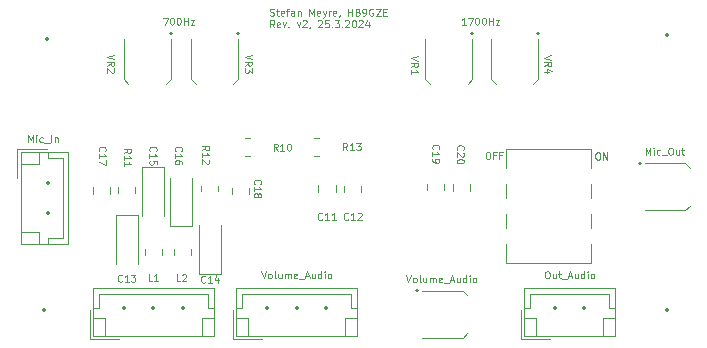
<source format=gto>
%TF.GenerationSoftware,KiCad,Pcbnew,8.0.0*%
%TF.CreationDate,2024-03-25T10:57:50+01:00*%
%TF.ProjectId,MicAmp,4d696341-6d70-42e6-9b69-6361645f7063,v2*%
%TF.SameCoordinates,Original*%
%TF.FileFunction,Legend,Top*%
%TF.FilePolarity,Positive*%
%FSLAX46Y46*%
G04 Gerber Fmt 4.6, Leading zero omitted, Abs format (unit mm)*
G04 Created by KiCad (PCBNEW 8.0.0) date 2024-03-25 10:57:50*
%MOMM*%
%LPD*%
G01*
G04 APERTURE LIST*
%ADD10C,0.100000*%
%ADD11C,0.177000*%
%ADD12C,0.350000*%
G04 APERTURE END LIST*
D10*
X117991323Y-103854490D02*
X118077038Y-103883061D01*
X118077038Y-103883061D02*
X118219895Y-103883061D01*
X118219895Y-103883061D02*
X118277038Y-103854490D01*
X118277038Y-103854490D02*
X118305609Y-103825918D01*
X118305609Y-103825918D02*
X118334180Y-103768775D01*
X118334180Y-103768775D02*
X118334180Y-103711632D01*
X118334180Y-103711632D02*
X118305609Y-103654490D01*
X118305609Y-103654490D02*
X118277038Y-103625918D01*
X118277038Y-103625918D02*
X118219895Y-103597347D01*
X118219895Y-103597347D02*
X118105609Y-103568775D01*
X118105609Y-103568775D02*
X118048466Y-103540204D01*
X118048466Y-103540204D02*
X118019895Y-103511632D01*
X118019895Y-103511632D02*
X117991323Y-103454490D01*
X117991323Y-103454490D02*
X117991323Y-103397347D01*
X117991323Y-103397347D02*
X118019895Y-103340204D01*
X118019895Y-103340204D02*
X118048466Y-103311632D01*
X118048466Y-103311632D02*
X118105609Y-103283061D01*
X118105609Y-103283061D02*
X118248466Y-103283061D01*
X118248466Y-103283061D02*
X118334180Y-103311632D01*
X118505609Y-103483061D02*
X118734181Y-103483061D01*
X118591324Y-103283061D02*
X118591324Y-103797347D01*
X118591324Y-103797347D02*
X118619895Y-103854490D01*
X118619895Y-103854490D02*
X118677038Y-103883061D01*
X118677038Y-103883061D02*
X118734181Y-103883061D01*
X119162752Y-103854490D02*
X119105609Y-103883061D01*
X119105609Y-103883061D02*
X118991324Y-103883061D01*
X118991324Y-103883061D02*
X118934181Y-103854490D01*
X118934181Y-103854490D02*
X118905609Y-103797347D01*
X118905609Y-103797347D02*
X118905609Y-103568775D01*
X118905609Y-103568775D02*
X118934181Y-103511632D01*
X118934181Y-103511632D02*
X118991324Y-103483061D01*
X118991324Y-103483061D02*
X119105609Y-103483061D01*
X119105609Y-103483061D02*
X119162752Y-103511632D01*
X119162752Y-103511632D02*
X119191324Y-103568775D01*
X119191324Y-103568775D02*
X119191324Y-103625918D01*
X119191324Y-103625918D02*
X118905609Y-103683061D01*
X119362752Y-103483061D02*
X119591324Y-103483061D01*
X119448467Y-103883061D02*
X119448467Y-103368775D01*
X119448467Y-103368775D02*
X119477038Y-103311632D01*
X119477038Y-103311632D02*
X119534181Y-103283061D01*
X119534181Y-103283061D02*
X119591324Y-103283061D01*
X120048467Y-103883061D02*
X120048467Y-103568775D01*
X120048467Y-103568775D02*
X120019895Y-103511632D01*
X120019895Y-103511632D02*
X119962752Y-103483061D01*
X119962752Y-103483061D02*
X119848467Y-103483061D01*
X119848467Y-103483061D02*
X119791324Y-103511632D01*
X120048467Y-103854490D02*
X119991324Y-103883061D01*
X119991324Y-103883061D02*
X119848467Y-103883061D01*
X119848467Y-103883061D02*
X119791324Y-103854490D01*
X119791324Y-103854490D02*
X119762752Y-103797347D01*
X119762752Y-103797347D02*
X119762752Y-103740204D01*
X119762752Y-103740204D02*
X119791324Y-103683061D01*
X119791324Y-103683061D02*
X119848467Y-103654490D01*
X119848467Y-103654490D02*
X119991324Y-103654490D01*
X119991324Y-103654490D02*
X120048467Y-103625918D01*
X120334181Y-103483061D02*
X120334181Y-103883061D01*
X120334181Y-103540204D02*
X120362752Y-103511632D01*
X120362752Y-103511632D02*
X120419895Y-103483061D01*
X120419895Y-103483061D02*
X120505609Y-103483061D01*
X120505609Y-103483061D02*
X120562752Y-103511632D01*
X120562752Y-103511632D02*
X120591324Y-103568775D01*
X120591324Y-103568775D02*
X120591324Y-103883061D01*
X121334181Y-103883061D02*
X121334181Y-103283061D01*
X121334181Y-103283061D02*
X121534181Y-103711632D01*
X121534181Y-103711632D02*
X121734181Y-103283061D01*
X121734181Y-103283061D02*
X121734181Y-103883061D01*
X122248466Y-103854490D02*
X122191323Y-103883061D01*
X122191323Y-103883061D02*
X122077038Y-103883061D01*
X122077038Y-103883061D02*
X122019895Y-103854490D01*
X122019895Y-103854490D02*
X121991323Y-103797347D01*
X121991323Y-103797347D02*
X121991323Y-103568775D01*
X121991323Y-103568775D02*
X122019895Y-103511632D01*
X122019895Y-103511632D02*
X122077038Y-103483061D01*
X122077038Y-103483061D02*
X122191323Y-103483061D01*
X122191323Y-103483061D02*
X122248466Y-103511632D01*
X122248466Y-103511632D02*
X122277038Y-103568775D01*
X122277038Y-103568775D02*
X122277038Y-103625918D01*
X122277038Y-103625918D02*
X121991323Y-103683061D01*
X122477038Y-103483061D02*
X122619895Y-103883061D01*
X122762752Y-103483061D02*
X122619895Y-103883061D01*
X122619895Y-103883061D02*
X122562752Y-104025918D01*
X122562752Y-104025918D02*
X122534181Y-104054490D01*
X122534181Y-104054490D02*
X122477038Y-104083061D01*
X122991324Y-103883061D02*
X122991324Y-103483061D01*
X122991324Y-103597347D02*
X123019895Y-103540204D01*
X123019895Y-103540204D02*
X123048467Y-103511632D01*
X123048467Y-103511632D02*
X123105609Y-103483061D01*
X123105609Y-103483061D02*
X123162752Y-103483061D01*
X123591324Y-103854490D02*
X123534181Y-103883061D01*
X123534181Y-103883061D02*
X123419896Y-103883061D01*
X123419896Y-103883061D02*
X123362753Y-103854490D01*
X123362753Y-103854490D02*
X123334181Y-103797347D01*
X123334181Y-103797347D02*
X123334181Y-103568775D01*
X123334181Y-103568775D02*
X123362753Y-103511632D01*
X123362753Y-103511632D02*
X123419896Y-103483061D01*
X123419896Y-103483061D02*
X123534181Y-103483061D01*
X123534181Y-103483061D02*
X123591324Y-103511632D01*
X123591324Y-103511632D02*
X123619896Y-103568775D01*
X123619896Y-103568775D02*
X123619896Y-103625918D01*
X123619896Y-103625918D02*
X123334181Y-103683061D01*
X123905610Y-103854490D02*
X123905610Y-103883061D01*
X123905610Y-103883061D02*
X123877039Y-103940204D01*
X123877039Y-103940204D02*
X123848467Y-103968775D01*
X124619896Y-103883061D02*
X124619896Y-103283061D01*
X124619896Y-103568775D02*
X124962753Y-103568775D01*
X124962753Y-103883061D02*
X124962753Y-103283061D01*
X125448467Y-103568775D02*
X125534181Y-103597347D01*
X125534181Y-103597347D02*
X125562752Y-103625918D01*
X125562752Y-103625918D02*
X125591324Y-103683061D01*
X125591324Y-103683061D02*
X125591324Y-103768775D01*
X125591324Y-103768775D02*
X125562752Y-103825918D01*
X125562752Y-103825918D02*
X125534181Y-103854490D01*
X125534181Y-103854490D02*
X125477038Y-103883061D01*
X125477038Y-103883061D02*
X125248467Y-103883061D01*
X125248467Y-103883061D02*
X125248467Y-103283061D01*
X125248467Y-103283061D02*
X125448467Y-103283061D01*
X125448467Y-103283061D02*
X125505610Y-103311632D01*
X125505610Y-103311632D02*
X125534181Y-103340204D01*
X125534181Y-103340204D02*
X125562752Y-103397347D01*
X125562752Y-103397347D02*
X125562752Y-103454490D01*
X125562752Y-103454490D02*
X125534181Y-103511632D01*
X125534181Y-103511632D02*
X125505610Y-103540204D01*
X125505610Y-103540204D02*
X125448467Y-103568775D01*
X125448467Y-103568775D02*
X125248467Y-103568775D01*
X125877038Y-103883061D02*
X125991324Y-103883061D01*
X125991324Y-103883061D02*
X126048467Y-103854490D01*
X126048467Y-103854490D02*
X126077038Y-103825918D01*
X126077038Y-103825918D02*
X126134181Y-103740204D01*
X126134181Y-103740204D02*
X126162752Y-103625918D01*
X126162752Y-103625918D02*
X126162752Y-103397347D01*
X126162752Y-103397347D02*
X126134181Y-103340204D01*
X126134181Y-103340204D02*
X126105610Y-103311632D01*
X126105610Y-103311632D02*
X126048467Y-103283061D01*
X126048467Y-103283061D02*
X125934181Y-103283061D01*
X125934181Y-103283061D02*
X125877038Y-103311632D01*
X125877038Y-103311632D02*
X125848467Y-103340204D01*
X125848467Y-103340204D02*
X125819895Y-103397347D01*
X125819895Y-103397347D02*
X125819895Y-103540204D01*
X125819895Y-103540204D02*
X125848467Y-103597347D01*
X125848467Y-103597347D02*
X125877038Y-103625918D01*
X125877038Y-103625918D02*
X125934181Y-103654490D01*
X125934181Y-103654490D02*
X126048467Y-103654490D01*
X126048467Y-103654490D02*
X126105610Y-103625918D01*
X126105610Y-103625918D02*
X126134181Y-103597347D01*
X126134181Y-103597347D02*
X126162752Y-103540204D01*
X126734181Y-103311632D02*
X126677039Y-103283061D01*
X126677039Y-103283061D02*
X126591324Y-103283061D01*
X126591324Y-103283061D02*
X126505610Y-103311632D01*
X126505610Y-103311632D02*
X126448467Y-103368775D01*
X126448467Y-103368775D02*
X126419896Y-103425918D01*
X126419896Y-103425918D02*
X126391324Y-103540204D01*
X126391324Y-103540204D02*
X126391324Y-103625918D01*
X126391324Y-103625918D02*
X126419896Y-103740204D01*
X126419896Y-103740204D02*
X126448467Y-103797347D01*
X126448467Y-103797347D02*
X126505610Y-103854490D01*
X126505610Y-103854490D02*
X126591324Y-103883061D01*
X126591324Y-103883061D02*
X126648467Y-103883061D01*
X126648467Y-103883061D02*
X126734181Y-103854490D01*
X126734181Y-103854490D02*
X126762753Y-103825918D01*
X126762753Y-103825918D02*
X126762753Y-103625918D01*
X126762753Y-103625918D02*
X126648467Y-103625918D01*
X126962753Y-103283061D02*
X127362753Y-103283061D01*
X127362753Y-103283061D02*
X126962753Y-103883061D01*
X126962753Y-103883061D02*
X127362753Y-103883061D01*
X127591325Y-103568775D02*
X127791325Y-103568775D01*
X127877039Y-103883061D02*
X127591325Y-103883061D01*
X127591325Y-103883061D02*
X127591325Y-103283061D01*
X127591325Y-103283061D02*
X127877039Y-103283061D01*
X118362752Y-104849027D02*
X118162752Y-104563313D01*
X118019895Y-104849027D02*
X118019895Y-104249027D01*
X118019895Y-104249027D02*
X118248466Y-104249027D01*
X118248466Y-104249027D02*
X118305609Y-104277598D01*
X118305609Y-104277598D02*
X118334180Y-104306170D01*
X118334180Y-104306170D02*
X118362752Y-104363313D01*
X118362752Y-104363313D02*
X118362752Y-104449027D01*
X118362752Y-104449027D02*
X118334180Y-104506170D01*
X118334180Y-104506170D02*
X118305609Y-104534741D01*
X118305609Y-104534741D02*
X118248466Y-104563313D01*
X118248466Y-104563313D02*
X118019895Y-104563313D01*
X118848466Y-104820456D02*
X118791323Y-104849027D01*
X118791323Y-104849027D02*
X118677038Y-104849027D01*
X118677038Y-104849027D02*
X118619895Y-104820456D01*
X118619895Y-104820456D02*
X118591323Y-104763313D01*
X118591323Y-104763313D02*
X118591323Y-104534741D01*
X118591323Y-104534741D02*
X118619895Y-104477598D01*
X118619895Y-104477598D02*
X118677038Y-104449027D01*
X118677038Y-104449027D02*
X118791323Y-104449027D01*
X118791323Y-104449027D02*
X118848466Y-104477598D01*
X118848466Y-104477598D02*
X118877038Y-104534741D01*
X118877038Y-104534741D02*
X118877038Y-104591884D01*
X118877038Y-104591884D02*
X118591323Y-104649027D01*
X119077038Y-104449027D02*
X119219895Y-104849027D01*
X119219895Y-104849027D02*
X119362752Y-104449027D01*
X119591324Y-104791884D02*
X119619895Y-104820456D01*
X119619895Y-104820456D02*
X119591324Y-104849027D01*
X119591324Y-104849027D02*
X119562752Y-104820456D01*
X119562752Y-104820456D02*
X119591324Y-104791884D01*
X119591324Y-104791884D02*
X119591324Y-104849027D01*
X120277038Y-104449027D02*
X120419895Y-104849027D01*
X120419895Y-104849027D02*
X120562752Y-104449027D01*
X120762752Y-104306170D02*
X120791324Y-104277598D01*
X120791324Y-104277598D02*
X120848467Y-104249027D01*
X120848467Y-104249027D02*
X120991324Y-104249027D01*
X120991324Y-104249027D02*
X121048467Y-104277598D01*
X121048467Y-104277598D02*
X121077038Y-104306170D01*
X121077038Y-104306170D02*
X121105609Y-104363313D01*
X121105609Y-104363313D02*
X121105609Y-104420456D01*
X121105609Y-104420456D02*
X121077038Y-104506170D01*
X121077038Y-104506170D02*
X120734181Y-104849027D01*
X120734181Y-104849027D02*
X121105609Y-104849027D01*
X121391324Y-104820456D02*
X121391324Y-104849027D01*
X121391324Y-104849027D02*
X121362753Y-104906170D01*
X121362753Y-104906170D02*
X121334181Y-104934741D01*
X122077038Y-104306170D02*
X122105610Y-104277598D01*
X122105610Y-104277598D02*
X122162753Y-104249027D01*
X122162753Y-104249027D02*
X122305610Y-104249027D01*
X122305610Y-104249027D02*
X122362753Y-104277598D01*
X122362753Y-104277598D02*
X122391324Y-104306170D01*
X122391324Y-104306170D02*
X122419895Y-104363313D01*
X122419895Y-104363313D02*
X122419895Y-104420456D01*
X122419895Y-104420456D02*
X122391324Y-104506170D01*
X122391324Y-104506170D02*
X122048467Y-104849027D01*
X122048467Y-104849027D02*
X122419895Y-104849027D01*
X122962753Y-104249027D02*
X122677039Y-104249027D01*
X122677039Y-104249027D02*
X122648467Y-104534741D01*
X122648467Y-104534741D02*
X122677039Y-104506170D01*
X122677039Y-104506170D02*
X122734182Y-104477598D01*
X122734182Y-104477598D02*
X122877039Y-104477598D01*
X122877039Y-104477598D02*
X122934182Y-104506170D01*
X122934182Y-104506170D02*
X122962753Y-104534741D01*
X122962753Y-104534741D02*
X122991324Y-104591884D01*
X122991324Y-104591884D02*
X122991324Y-104734741D01*
X122991324Y-104734741D02*
X122962753Y-104791884D01*
X122962753Y-104791884D02*
X122934182Y-104820456D01*
X122934182Y-104820456D02*
X122877039Y-104849027D01*
X122877039Y-104849027D02*
X122734182Y-104849027D01*
X122734182Y-104849027D02*
X122677039Y-104820456D01*
X122677039Y-104820456D02*
X122648467Y-104791884D01*
X123248468Y-104791884D02*
X123277039Y-104820456D01*
X123277039Y-104820456D02*
X123248468Y-104849027D01*
X123248468Y-104849027D02*
X123219896Y-104820456D01*
X123219896Y-104820456D02*
X123248468Y-104791884D01*
X123248468Y-104791884D02*
X123248468Y-104849027D01*
X123477039Y-104249027D02*
X123848467Y-104249027D01*
X123848467Y-104249027D02*
X123648467Y-104477598D01*
X123648467Y-104477598D02*
X123734182Y-104477598D01*
X123734182Y-104477598D02*
X123791325Y-104506170D01*
X123791325Y-104506170D02*
X123819896Y-104534741D01*
X123819896Y-104534741D02*
X123848467Y-104591884D01*
X123848467Y-104591884D02*
X123848467Y-104734741D01*
X123848467Y-104734741D02*
X123819896Y-104791884D01*
X123819896Y-104791884D02*
X123791325Y-104820456D01*
X123791325Y-104820456D02*
X123734182Y-104849027D01*
X123734182Y-104849027D02*
X123562753Y-104849027D01*
X123562753Y-104849027D02*
X123505610Y-104820456D01*
X123505610Y-104820456D02*
X123477039Y-104791884D01*
X124105611Y-104791884D02*
X124134182Y-104820456D01*
X124134182Y-104820456D02*
X124105611Y-104849027D01*
X124105611Y-104849027D02*
X124077039Y-104820456D01*
X124077039Y-104820456D02*
X124105611Y-104791884D01*
X124105611Y-104791884D02*
X124105611Y-104849027D01*
X124362753Y-104306170D02*
X124391325Y-104277598D01*
X124391325Y-104277598D02*
X124448468Y-104249027D01*
X124448468Y-104249027D02*
X124591325Y-104249027D01*
X124591325Y-104249027D02*
X124648468Y-104277598D01*
X124648468Y-104277598D02*
X124677039Y-104306170D01*
X124677039Y-104306170D02*
X124705610Y-104363313D01*
X124705610Y-104363313D02*
X124705610Y-104420456D01*
X124705610Y-104420456D02*
X124677039Y-104506170D01*
X124677039Y-104506170D02*
X124334182Y-104849027D01*
X124334182Y-104849027D02*
X124705610Y-104849027D01*
X125077039Y-104249027D02*
X125134182Y-104249027D01*
X125134182Y-104249027D02*
X125191325Y-104277598D01*
X125191325Y-104277598D02*
X125219897Y-104306170D01*
X125219897Y-104306170D02*
X125248468Y-104363313D01*
X125248468Y-104363313D02*
X125277039Y-104477598D01*
X125277039Y-104477598D02*
X125277039Y-104620456D01*
X125277039Y-104620456D02*
X125248468Y-104734741D01*
X125248468Y-104734741D02*
X125219897Y-104791884D01*
X125219897Y-104791884D02*
X125191325Y-104820456D01*
X125191325Y-104820456D02*
X125134182Y-104849027D01*
X125134182Y-104849027D02*
X125077039Y-104849027D01*
X125077039Y-104849027D02*
X125019897Y-104820456D01*
X125019897Y-104820456D02*
X124991325Y-104791884D01*
X124991325Y-104791884D02*
X124962754Y-104734741D01*
X124962754Y-104734741D02*
X124934182Y-104620456D01*
X124934182Y-104620456D02*
X124934182Y-104477598D01*
X124934182Y-104477598D02*
X124962754Y-104363313D01*
X124962754Y-104363313D02*
X124991325Y-104306170D01*
X124991325Y-104306170D02*
X125019897Y-104277598D01*
X125019897Y-104277598D02*
X125077039Y-104249027D01*
X125505611Y-104306170D02*
X125534183Y-104277598D01*
X125534183Y-104277598D02*
X125591326Y-104249027D01*
X125591326Y-104249027D02*
X125734183Y-104249027D01*
X125734183Y-104249027D02*
X125791326Y-104277598D01*
X125791326Y-104277598D02*
X125819897Y-104306170D01*
X125819897Y-104306170D02*
X125848468Y-104363313D01*
X125848468Y-104363313D02*
X125848468Y-104420456D01*
X125848468Y-104420456D02*
X125819897Y-104506170D01*
X125819897Y-104506170D02*
X125477040Y-104849027D01*
X125477040Y-104849027D02*
X125848468Y-104849027D01*
X126362755Y-104449027D02*
X126362755Y-104849027D01*
X126219897Y-104220456D02*
X126077040Y-104649027D01*
X126077040Y-104649027D02*
X126448469Y-104649027D01*
X108931534Y-104027402D02*
X109331534Y-104027402D01*
X109331534Y-104027402D02*
X109074391Y-104627402D01*
X109674391Y-104027402D02*
X109731534Y-104027402D01*
X109731534Y-104027402D02*
X109788677Y-104055973D01*
X109788677Y-104055973D02*
X109817249Y-104084545D01*
X109817249Y-104084545D02*
X109845820Y-104141688D01*
X109845820Y-104141688D02*
X109874391Y-104255973D01*
X109874391Y-104255973D02*
X109874391Y-104398831D01*
X109874391Y-104398831D02*
X109845820Y-104513116D01*
X109845820Y-104513116D02*
X109817249Y-104570259D01*
X109817249Y-104570259D02*
X109788677Y-104598831D01*
X109788677Y-104598831D02*
X109731534Y-104627402D01*
X109731534Y-104627402D02*
X109674391Y-104627402D01*
X109674391Y-104627402D02*
X109617249Y-104598831D01*
X109617249Y-104598831D02*
X109588677Y-104570259D01*
X109588677Y-104570259D02*
X109560106Y-104513116D01*
X109560106Y-104513116D02*
X109531534Y-104398831D01*
X109531534Y-104398831D02*
X109531534Y-104255973D01*
X109531534Y-104255973D02*
X109560106Y-104141688D01*
X109560106Y-104141688D02*
X109588677Y-104084545D01*
X109588677Y-104084545D02*
X109617249Y-104055973D01*
X109617249Y-104055973D02*
X109674391Y-104027402D01*
X110245820Y-104027402D02*
X110302963Y-104027402D01*
X110302963Y-104027402D02*
X110360106Y-104055973D01*
X110360106Y-104055973D02*
X110388678Y-104084545D01*
X110388678Y-104084545D02*
X110417249Y-104141688D01*
X110417249Y-104141688D02*
X110445820Y-104255973D01*
X110445820Y-104255973D02*
X110445820Y-104398831D01*
X110445820Y-104398831D02*
X110417249Y-104513116D01*
X110417249Y-104513116D02*
X110388678Y-104570259D01*
X110388678Y-104570259D02*
X110360106Y-104598831D01*
X110360106Y-104598831D02*
X110302963Y-104627402D01*
X110302963Y-104627402D02*
X110245820Y-104627402D01*
X110245820Y-104627402D02*
X110188678Y-104598831D01*
X110188678Y-104598831D02*
X110160106Y-104570259D01*
X110160106Y-104570259D02*
X110131535Y-104513116D01*
X110131535Y-104513116D02*
X110102963Y-104398831D01*
X110102963Y-104398831D02*
X110102963Y-104255973D01*
X110102963Y-104255973D02*
X110131535Y-104141688D01*
X110131535Y-104141688D02*
X110160106Y-104084545D01*
X110160106Y-104084545D02*
X110188678Y-104055973D01*
X110188678Y-104055973D02*
X110245820Y-104027402D01*
X110702964Y-104627402D02*
X110702964Y-104027402D01*
X110702964Y-104313116D02*
X111045821Y-104313116D01*
X111045821Y-104627402D02*
X111045821Y-104027402D01*
X111274392Y-104227402D02*
X111588678Y-104227402D01*
X111588678Y-104227402D02*
X111274392Y-104627402D01*
X111274392Y-104627402D02*
X111588678Y-104627402D01*
X134568212Y-104627402D02*
X134225355Y-104627402D01*
X134396784Y-104627402D02*
X134396784Y-104027402D01*
X134396784Y-104027402D02*
X134339641Y-104113116D01*
X134339641Y-104113116D02*
X134282498Y-104170259D01*
X134282498Y-104170259D02*
X134225355Y-104198831D01*
X134768213Y-104027402D02*
X135168213Y-104027402D01*
X135168213Y-104027402D02*
X134911070Y-104627402D01*
X135511070Y-104027402D02*
X135568213Y-104027402D01*
X135568213Y-104027402D02*
X135625356Y-104055973D01*
X135625356Y-104055973D02*
X135653928Y-104084545D01*
X135653928Y-104084545D02*
X135682499Y-104141688D01*
X135682499Y-104141688D02*
X135711070Y-104255973D01*
X135711070Y-104255973D02*
X135711070Y-104398831D01*
X135711070Y-104398831D02*
X135682499Y-104513116D01*
X135682499Y-104513116D02*
X135653928Y-104570259D01*
X135653928Y-104570259D02*
X135625356Y-104598831D01*
X135625356Y-104598831D02*
X135568213Y-104627402D01*
X135568213Y-104627402D02*
X135511070Y-104627402D01*
X135511070Y-104627402D02*
X135453928Y-104598831D01*
X135453928Y-104598831D02*
X135425356Y-104570259D01*
X135425356Y-104570259D02*
X135396785Y-104513116D01*
X135396785Y-104513116D02*
X135368213Y-104398831D01*
X135368213Y-104398831D02*
X135368213Y-104255973D01*
X135368213Y-104255973D02*
X135396785Y-104141688D01*
X135396785Y-104141688D02*
X135425356Y-104084545D01*
X135425356Y-104084545D02*
X135453928Y-104055973D01*
X135453928Y-104055973D02*
X135511070Y-104027402D01*
X136082499Y-104027402D02*
X136139642Y-104027402D01*
X136139642Y-104027402D02*
X136196785Y-104055973D01*
X136196785Y-104055973D02*
X136225357Y-104084545D01*
X136225357Y-104084545D02*
X136253928Y-104141688D01*
X136253928Y-104141688D02*
X136282499Y-104255973D01*
X136282499Y-104255973D02*
X136282499Y-104398831D01*
X136282499Y-104398831D02*
X136253928Y-104513116D01*
X136253928Y-104513116D02*
X136225357Y-104570259D01*
X136225357Y-104570259D02*
X136196785Y-104598831D01*
X136196785Y-104598831D02*
X136139642Y-104627402D01*
X136139642Y-104627402D02*
X136082499Y-104627402D01*
X136082499Y-104627402D02*
X136025357Y-104598831D01*
X136025357Y-104598831D02*
X135996785Y-104570259D01*
X135996785Y-104570259D02*
X135968214Y-104513116D01*
X135968214Y-104513116D02*
X135939642Y-104398831D01*
X135939642Y-104398831D02*
X135939642Y-104255973D01*
X135939642Y-104255973D02*
X135968214Y-104141688D01*
X135968214Y-104141688D02*
X135996785Y-104084545D01*
X135996785Y-104084545D02*
X136025357Y-104055973D01*
X136025357Y-104055973D02*
X136082499Y-104027402D01*
X136539643Y-104627402D02*
X136539643Y-104027402D01*
X136539643Y-104313116D02*
X136882500Y-104313116D01*
X136882500Y-104627402D02*
X136882500Y-104027402D01*
X137111071Y-104227402D02*
X137425357Y-104227402D01*
X137425357Y-104227402D02*
X137111071Y-104627402D01*
X137111071Y-104627402D02*
X137425357Y-104627402D01*
X124538168Y-115257395D02*
X124338168Y-114971681D01*
X124195311Y-115257395D02*
X124195311Y-114657395D01*
X124195311Y-114657395D02*
X124423882Y-114657395D01*
X124423882Y-114657395D02*
X124481025Y-114685966D01*
X124481025Y-114685966D02*
X124509596Y-114714538D01*
X124509596Y-114714538D02*
X124538168Y-114771681D01*
X124538168Y-114771681D02*
X124538168Y-114857395D01*
X124538168Y-114857395D02*
X124509596Y-114914538D01*
X124509596Y-114914538D02*
X124481025Y-114943109D01*
X124481025Y-114943109D02*
X124423882Y-114971681D01*
X124423882Y-114971681D02*
X124195311Y-114971681D01*
X125109596Y-115257395D02*
X124766739Y-115257395D01*
X124938168Y-115257395D02*
X124938168Y-114657395D01*
X124938168Y-114657395D02*
X124881025Y-114743109D01*
X124881025Y-114743109D02*
X124823882Y-114800252D01*
X124823882Y-114800252D02*
X124766739Y-114828824D01*
X125309597Y-114657395D02*
X125681025Y-114657395D01*
X125681025Y-114657395D02*
X125481025Y-114885966D01*
X125481025Y-114885966D02*
X125566740Y-114885966D01*
X125566740Y-114885966D02*
X125623883Y-114914538D01*
X125623883Y-114914538D02*
X125652454Y-114943109D01*
X125652454Y-114943109D02*
X125681025Y-115000252D01*
X125681025Y-115000252D02*
X125681025Y-115143109D01*
X125681025Y-115143109D02*
X125652454Y-115200252D01*
X125652454Y-115200252D02*
X125623883Y-115228824D01*
X125623883Y-115228824D02*
X125566740Y-115257395D01*
X125566740Y-115257395D02*
X125395311Y-115257395D01*
X125395311Y-115257395D02*
X125338168Y-115228824D01*
X125338168Y-115228824D02*
X125309597Y-115200252D01*
X122415806Y-121101024D02*
X122387234Y-121129596D01*
X122387234Y-121129596D02*
X122301520Y-121158167D01*
X122301520Y-121158167D02*
X122244377Y-121158167D01*
X122244377Y-121158167D02*
X122158663Y-121129596D01*
X122158663Y-121129596D02*
X122101520Y-121072453D01*
X122101520Y-121072453D02*
X122072949Y-121015310D01*
X122072949Y-121015310D02*
X122044377Y-120901024D01*
X122044377Y-120901024D02*
X122044377Y-120815310D01*
X122044377Y-120815310D02*
X122072949Y-120701024D01*
X122072949Y-120701024D02*
X122101520Y-120643881D01*
X122101520Y-120643881D02*
X122158663Y-120586738D01*
X122158663Y-120586738D02*
X122244377Y-120558167D01*
X122244377Y-120558167D02*
X122301520Y-120558167D01*
X122301520Y-120558167D02*
X122387234Y-120586738D01*
X122387234Y-120586738D02*
X122415806Y-120615310D01*
X122987234Y-121158167D02*
X122644377Y-121158167D01*
X122815806Y-121158167D02*
X122815806Y-120558167D01*
X122815806Y-120558167D02*
X122758663Y-120643881D01*
X122758663Y-120643881D02*
X122701520Y-120701024D01*
X122701520Y-120701024D02*
X122644377Y-120729596D01*
X123558663Y-121158167D02*
X123215806Y-121158167D01*
X123387235Y-121158167D02*
X123387235Y-120558167D01*
X123387235Y-120558167D02*
X123330092Y-120643881D01*
X123330092Y-120643881D02*
X123272949Y-120701024D01*
X123272949Y-120701024D02*
X123215806Y-120729596D01*
X110400424Y-126358357D02*
X110114710Y-126358357D01*
X110114710Y-126358357D02*
X110114710Y-125758357D01*
X110571852Y-125815500D02*
X110600424Y-125786928D01*
X110600424Y-125786928D02*
X110657567Y-125758357D01*
X110657567Y-125758357D02*
X110800424Y-125758357D01*
X110800424Y-125758357D02*
X110857567Y-125786928D01*
X110857567Y-125786928D02*
X110886138Y-125815500D01*
X110886138Y-125815500D02*
X110914709Y-125872643D01*
X110914709Y-125872643D02*
X110914709Y-125929786D01*
X110914709Y-125929786D02*
X110886138Y-126015500D01*
X110886138Y-126015500D02*
X110543281Y-126358357D01*
X110543281Y-126358357D02*
X110914709Y-126358357D01*
X112255484Y-115259911D02*
X112541198Y-115059911D01*
X112255484Y-114917054D02*
X112855484Y-114917054D01*
X112855484Y-114917054D02*
X112855484Y-115145625D01*
X112855484Y-115145625D02*
X112826913Y-115202768D01*
X112826913Y-115202768D02*
X112798341Y-115231339D01*
X112798341Y-115231339D02*
X112741198Y-115259911D01*
X112741198Y-115259911D02*
X112655484Y-115259911D01*
X112655484Y-115259911D02*
X112598341Y-115231339D01*
X112598341Y-115231339D02*
X112569770Y-115202768D01*
X112569770Y-115202768D02*
X112541198Y-115145625D01*
X112541198Y-115145625D02*
X112541198Y-114917054D01*
X112255484Y-115831339D02*
X112255484Y-115488482D01*
X112255484Y-115659911D02*
X112855484Y-115659911D01*
X112855484Y-115659911D02*
X112769770Y-115602768D01*
X112769770Y-115602768D02*
X112712627Y-115545625D01*
X112712627Y-115545625D02*
X112684056Y-115488482D01*
X112798341Y-116059911D02*
X112826913Y-116088483D01*
X112826913Y-116088483D02*
X112855484Y-116145626D01*
X112855484Y-116145626D02*
X112855484Y-116288483D01*
X112855484Y-116288483D02*
X112826913Y-116345626D01*
X112826913Y-116345626D02*
X112798341Y-116374197D01*
X112798341Y-116374197D02*
X112741198Y-116402768D01*
X112741198Y-116402768D02*
X112684056Y-116402768D01*
X112684056Y-116402768D02*
X112598341Y-116374197D01*
X112598341Y-116374197D02*
X112255484Y-116031340D01*
X112255484Y-116031340D02*
X112255484Y-116402768D01*
X141825810Y-107219035D02*
X141225810Y-107419035D01*
X141225810Y-107419035D02*
X141825810Y-107619035D01*
X141225810Y-108161893D02*
X141511524Y-107961893D01*
X141225810Y-107819036D02*
X141825810Y-107819036D01*
X141825810Y-107819036D02*
X141825810Y-108047607D01*
X141825810Y-108047607D02*
X141797239Y-108104750D01*
X141797239Y-108104750D02*
X141768667Y-108133321D01*
X141768667Y-108133321D02*
X141711524Y-108161893D01*
X141711524Y-108161893D02*
X141625810Y-108161893D01*
X141625810Y-108161893D02*
X141568667Y-108133321D01*
X141568667Y-108133321D02*
X141540096Y-108104750D01*
X141540096Y-108104750D02*
X141511524Y-108047607D01*
X141511524Y-108047607D02*
X141511524Y-107819036D01*
X141625810Y-108676179D02*
X141225810Y-108676179D01*
X141854382Y-108533321D02*
X141425810Y-108390464D01*
X141425810Y-108390464D02*
X141425810Y-108761893D01*
X112530308Y-126420880D02*
X112501736Y-126449452D01*
X112501736Y-126449452D02*
X112416022Y-126478023D01*
X112416022Y-126478023D02*
X112358879Y-126478023D01*
X112358879Y-126478023D02*
X112273165Y-126449452D01*
X112273165Y-126449452D02*
X112216022Y-126392309D01*
X112216022Y-126392309D02*
X112187451Y-126335166D01*
X112187451Y-126335166D02*
X112158879Y-126220880D01*
X112158879Y-126220880D02*
X112158879Y-126135166D01*
X112158879Y-126135166D02*
X112187451Y-126020880D01*
X112187451Y-126020880D02*
X112216022Y-125963737D01*
X112216022Y-125963737D02*
X112273165Y-125906594D01*
X112273165Y-125906594D02*
X112358879Y-125878023D01*
X112358879Y-125878023D02*
X112416022Y-125878023D01*
X112416022Y-125878023D02*
X112501736Y-125906594D01*
X112501736Y-125906594D02*
X112530308Y-125935166D01*
X113101736Y-126478023D02*
X112758879Y-126478023D01*
X112930308Y-126478023D02*
X112930308Y-125878023D01*
X112930308Y-125878023D02*
X112873165Y-125963737D01*
X112873165Y-125963737D02*
X112816022Y-126020880D01*
X112816022Y-126020880D02*
X112758879Y-126049452D01*
X113616023Y-126078023D02*
X113616023Y-126478023D01*
X113473165Y-125849452D02*
X113330308Y-126278023D01*
X113330308Y-126278023D02*
X113701737Y-126278023D01*
X97540369Y-114570421D02*
X97540369Y-113970421D01*
X97540369Y-113970421D02*
X97740369Y-114398992D01*
X97740369Y-114398992D02*
X97940369Y-113970421D01*
X97940369Y-113970421D02*
X97940369Y-114570421D01*
X98226083Y-114570421D02*
X98226083Y-114170421D01*
X98226083Y-113970421D02*
X98197511Y-113998992D01*
X98197511Y-113998992D02*
X98226083Y-114027564D01*
X98226083Y-114027564D02*
X98254654Y-113998992D01*
X98254654Y-113998992D02*
X98226083Y-113970421D01*
X98226083Y-113970421D02*
X98226083Y-114027564D01*
X98768940Y-114541850D02*
X98711797Y-114570421D01*
X98711797Y-114570421D02*
X98597511Y-114570421D01*
X98597511Y-114570421D02*
X98540368Y-114541850D01*
X98540368Y-114541850D02*
X98511797Y-114513278D01*
X98511797Y-114513278D02*
X98483225Y-114456135D01*
X98483225Y-114456135D02*
X98483225Y-114284707D01*
X98483225Y-114284707D02*
X98511797Y-114227564D01*
X98511797Y-114227564D02*
X98540368Y-114198992D01*
X98540368Y-114198992D02*
X98597511Y-114170421D01*
X98597511Y-114170421D02*
X98711797Y-114170421D01*
X98711797Y-114170421D02*
X98768940Y-114198992D01*
X98883226Y-114627564D02*
X99340368Y-114627564D01*
X99483226Y-114570421D02*
X99483226Y-113970421D01*
X99768940Y-114170421D02*
X99768940Y-114570421D01*
X99768940Y-114227564D02*
X99797511Y-114198992D01*
X99797511Y-114198992D02*
X99854654Y-114170421D01*
X99854654Y-114170421D02*
X99940368Y-114170421D01*
X99940368Y-114170421D02*
X99997511Y-114198992D01*
X99997511Y-114198992D02*
X100026083Y-114256135D01*
X100026083Y-114256135D02*
X100026083Y-114570421D01*
X124614254Y-121100966D02*
X124585682Y-121129538D01*
X124585682Y-121129538D02*
X124499968Y-121158109D01*
X124499968Y-121158109D02*
X124442825Y-121158109D01*
X124442825Y-121158109D02*
X124357111Y-121129538D01*
X124357111Y-121129538D02*
X124299968Y-121072395D01*
X124299968Y-121072395D02*
X124271397Y-121015252D01*
X124271397Y-121015252D02*
X124242825Y-120900966D01*
X124242825Y-120900966D02*
X124242825Y-120815252D01*
X124242825Y-120815252D02*
X124271397Y-120700966D01*
X124271397Y-120700966D02*
X124299968Y-120643823D01*
X124299968Y-120643823D02*
X124357111Y-120586680D01*
X124357111Y-120586680D02*
X124442825Y-120558109D01*
X124442825Y-120558109D02*
X124499968Y-120558109D01*
X124499968Y-120558109D02*
X124585682Y-120586680D01*
X124585682Y-120586680D02*
X124614254Y-120615252D01*
X125185682Y-121158109D02*
X124842825Y-121158109D01*
X125014254Y-121158109D02*
X125014254Y-120558109D01*
X125014254Y-120558109D02*
X124957111Y-120643823D01*
X124957111Y-120643823D02*
X124899968Y-120700966D01*
X124899968Y-120700966D02*
X124842825Y-120729538D01*
X125414254Y-120615252D02*
X125442826Y-120586680D01*
X125442826Y-120586680D02*
X125499969Y-120558109D01*
X125499969Y-120558109D02*
X125642826Y-120558109D01*
X125642826Y-120558109D02*
X125699969Y-120586680D01*
X125699969Y-120586680D02*
X125728540Y-120615252D01*
X125728540Y-120615252D02*
X125757111Y-120672395D01*
X125757111Y-120672395D02*
X125757111Y-120729538D01*
X125757111Y-120729538D02*
X125728540Y-120815252D01*
X125728540Y-120815252D02*
X125385683Y-121158109D01*
X125385683Y-121158109D02*
X125757111Y-121158109D01*
X145706125Y-115453143D02*
X145820411Y-115453143D01*
X145820411Y-115453143D02*
X145877554Y-115481714D01*
X145877554Y-115481714D02*
X145934697Y-115538857D01*
X145934697Y-115538857D02*
X145963268Y-115653143D01*
X145963268Y-115653143D02*
X145963268Y-115853143D01*
X145963268Y-115853143D02*
X145934697Y-115967429D01*
X145934697Y-115967429D02*
X145877554Y-116024572D01*
X145877554Y-116024572D02*
X145820411Y-116053143D01*
X145820411Y-116053143D02*
X145706125Y-116053143D01*
X145706125Y-116053143D02*
X145648983Y-116024572D01*
X145648983Y-116024572D02*
X145591840Y-115967429D01*
X145591840Y-115967429D02*
X145563268Y-115853143D01*
X145563268Y-115853143D02*
X145563268Y-115653143D01*
X145563268Y-115653143D02*
X145591840Y-115538857D01*
X145591840Y-115538857D02*
X145648983Y-115481714D01*
X145648983Y-115481714D02*
X145706125Y-115453143D01*
X146220411Y-116053143D02*
X146220411Y-115453143D01*
X146220411Y-115453143D02*
X146563268Y-116053143D01*
X146563268Y-116053143D02*
X146563268Y-115453143D01*
X136402490Y-115395887D02*
X136516776Y-115395887D01*
X136516776Y-115395887D02*
X136573919Y-115424458D01*
X136573919Y-115424458D02*
X136631062Y-115481601D01*
X136631062Y-115481601D02*
X136659633Y-115595887D01*
X136659633Y-115595887D02*
X136659633Y-115795887D01*
X136659633Y-115795887D02*
X136631062Y-115910173D01*
X136631062Y-115910173D02*
X136573919Y-115967316D01*
X136573919Y-115967316D02*
X136516776Y-115995887D01*
X136516776Y-115995887D02*
X136402490Y-115995887D01*
X136402490Y-115995887D02*
X136345348Y-115967316D01*
X136345348Y-115967316D02*
X136288205Y-115910173D01*
X136288205Y-115910173D02*
X136259633Y-115795887D01*
X136259633Y-115795887D02*
X136259633Y-115595887D01*
X136259633Y-115595887D02*
X136288205Y-115481601D01*
X136288205Y-115481601D02*
X136345348Y-115424458D01*
X136345348Y-115424458D02*
X136402490Y-115395887D01*
X137116776Y-115681601D02*
X136916776Y-115681601D01*
X136916776Y-115995887D02*
X136916776Y-115395887D01*
X136916776Y-115395887D02*
X137202490Y-115395887D01*
X137631062Y-115681601D02*
X137431062Y-115681601D01*
X137431062Y-115995887D02*
X137431062Y-115395887D01*
X137431062Y-115395887D02*
X137716776Y-115395887D01*
X103554445Y-115328209D02*
X103525874Y-115299637D01*
X103525874Y-115299637D02*
X103497302Y-115213923D01*
X103497302Y-115213923D02*
X103497302Y-115156780D01*
X103497302Y-115156780D02*
X103525874Y-115071066D01*
X103525874Y-115071066D02*
X103583016Y-115013923D01*
X103583016Y-115013923D02*
X103640159Y-114985352D01*
X103640159Y-114985352D02*
X103754445Y-114956780D01*
X103754445Y-114956780D02*
X103840159Y-114956780D01*
X103840159Y-114956780D02*
X103954445Y-114985352D01*
X103954445Y-114985352D02*
X104011588Y-115013923D01*
X104011588Y-115013923D02*
X104068731Y-115071066D01*
X104068731Y-115071066D02*
X104097302Y-115156780D01*
X104097302Y-115156780D02*
X104097302Y-115213923D01*
X104097302Y-115213923D02*
X104068731Y-115299637D01*
X104068731Y-115299637D02*
X104040159Y-115328209D01*
X103497302Y-115899637D02*
X103497302Y-115556780D01*
X103497302Y-115728209D02*
X104097302Y-115728209D01*
X104097302Y-115728209D02*
X104011588Y-115671066D01*
X104011588Y-115671066D02*
X103954445Y-115613923D01*
X103954445Y-115613923D02*
X103925874Y-115556780D01*
X104097302Y-116099638D02*
X104097302Y-116499638D01*
X104097302Y-116499638D02*
X103497302Y-116242495D01*
X149809026Y-115651961D02*
X149809026Y-115051961D01*
X149809026Y-115051961D02*
X150009026Y-115480532D01*
X150009026Y-115480532D02*
X150209026Y-115051961D01*
X150209026Y-115051961D02*
X150209026Y-115651961D01*
X150494740Y-115651961D02*
X150494740Y-115251961D01*
X150494740Y-115051961D02*
X150466168Y-115080532D01*
X150466168Y-115080532D02*
X150494740Y-115109104D01*
X150494740Y-115109104D02*
X150523311Y-115080532D01*
X150523311Y-115080532D02*
X150494740Y-115051961D01*
X150494740Y-115051961D02*
X150494740Y-115109104D01*
X151037597Y-115623390D02*
X150980454Y-115651961D01*
X150980454Y-115651961D02*
X150866168Y-115651961D01*
X150866168Y-115651961D02*
X150809025Y-115623390D01*
X150809025Y-115623390D02*
X150780454Y-115594818D01*
X150780454Y-115594818D02*
X150751882Y-115537675D01*
X150751882Y-115537675D02*
X150751882Y-115366247D01*
X150751882Y-115366247D02*
X150780454Y-115309104D01*
X150780454Y-115309104D02*
X150809025Y-115280532D01*
X150809025Y-115280532D02*
X150866168Y-115251961D01*
X150866168Y-115251961D02*
X150980454Y-115251961D01*
X150980454Y-115251961D02*
X151037597Y-115280532D01*
X151151883Y-115709104D02*
X151609025Y-115709104D01*
X151866168Y-115051961D02*
X151980454Y-115051961D01*
X151980454Y-115051961D02*
X152037597Y-115080532D01*
X152037597Y-115080532D02*
X152094740Y-115137675D01*
X152094740Y-115137675D02*
X152123311Y-115251961D01*
X152123311Y-115251961D02*
X152123311Y-115451961D01*
X152123311Y-115451961D02*
X152094740Y-115566247D01*
X152094740Y-115566247D02*
X152037597Y-115623390D01*
X152037597Y-115623390D02*
X151980454Y-115651961D01*
X151980454Y-115651961D02*
X151866168Y-115651961D01*
X151866168Y-115651961D02*
X151809026Y-115623390D01*
X151809026Y-115623390D02*
X151751883Y-115566247D01*
X151751883Y-115566247D02*
X151723311Y-115451961D01*
X151723311Y-115451961D02*
X151723311Y-115251961D01*
X151723311Y-115251961D02*
X151751883Y-115137675D01*
X151751883Y-115137675D02*
X151809026Y-115080532D01*
X151809026Y-115080532D02*
X151866168Y-115051961D01*
X152637597Y-115251961D02*
X152637597Y-115651961D01*
X152380454Y-115251961D02*
X152380454Y-115566247D01*
X152380454Y-115566247D02*
X152409025Y-115623390D01*
X152409025Y-115623390D02*
X152466168Y-115651961D01*
X152466168Y-115651961D02*
X152551882Y-115651961D01*
X152551882Y-115651961D02*
X152609025Y-115623390D01*
X152609025Y-115623390D02*
X152637597Y-115594818D01*
X152837596Y-115251961D02*
X153066168Y-115251961D01*
X152923311Y-115051961D02*
X152923311Y-115566247D01*
X152923311Y-115566247D02*
X152951882Y-115623390D01*
X152951882Y-115623390D02*
X153009025Y-115651961D01*
X153009025Y-115651961D02*
X153066168Y-115651961D01*
X141433643Y-125518771D02*
X141547929Y-125518771D01*
X141547929Y-125518771D02*
X141605072Y-125547342D01*
X141605072Y-125547342D02*
X141662215Y-125604485D01*
X141662215Y-125604485D02*
X141690786Y-125718771D01*
X141690786Y-125718771D02*
X141690786Y-125918771D01*
X141690786Y-125918771D02*
X141662215Y-126033057D01*
X141662215Y-126033057D02*
X141605072Y-126090200D01*
X141605072Y-126090200D02*
X141547929Y-126118771D01*
X141547929Y-126118771D02*
X141433643Y-126118771D01*
X141433643Y-126118771D02*
X141376501Y-126090200D01*
X141376501Y-126090200D02*
X141319358Y-126033057D01*
X141319358Y-126033057D02*
X141290786Y-125918771D01*
X141290786Y-125918771D02*
X141290786Y-125718771D01*
X141290786Y-125718771D02*
X141319358Y-125604485D01*
X141319358Y-125604485D02*
X141376501Y-125547342D01*
X141376501Y-125547342D02*
X141433643Y-125518771D01*
X142205072Y-125718771D02*
X142205072Y-126118771D01*
X141947929Y-125718771D02*
X141947929Y-126033057D01*
X141947929Y-126033057D02*
X141976500Y-126090200D01*
X141976500Y-126090200D02*
X142033643Y-126118771D01*
X142033643Y-126118771D02*
X142119357Y-126118771D01*
X142119357Y-126118771D02*
X142176500Y-126090200D01*
X142176500Y-126090200D02*
X142205072Y-126061628D01*
X142405071Y-125718771D02*
X142633643Y-125718771D01*
X142490786Y-125518771D02*
X142490786Y-126033057D01*
X142490786Y-126033057D02*
X142519357Y-126090200D01*
X142519357Y-126090200D02*
X142576500Y-126118771D01*
X142576500Y-126118771D02*
X142633643Y-126118771D01*
X142690786Y-126175914D02*
X143147928Y-126175914D01*
X143262214Y-125947342D02*
X143547929Y-125947342D01*
X143205071Y-126118771D02*
X143405071Y-125518771D01*
X143405071Y-125518771D02*
X143605071Y-126118771D01*
X144062215Y-125718771D02*
X144062215Y-126118771D01*
X143805072Y-125718771D02*
X143805072Y-126033057D01*
X143805072Y-126033057D02*
X143833643Y-126090200D01*
X143833643Y-126090200D02*
X143890786Y-126118771D01*
X143890786Y-126118771D02*
X143976500Y-126118771D01*
X143976500Y-126118771D02*
X144033643Y-126090200D01*
X144033643Y-126090200D02*
X144062215Y-126061628D01*
X144605072Y-126118771D02*
X144605072Y-125518771D01*
X144605072Y-126090200D02*
X144547929Y-126118771D01*
X144547929Y-126118771D02*
X144433643Y-126118771D01*
X144433643Y-126118771D02*
X144376500Y-126090200D01*
X144376500Y-126090200D02*
X144347929Y-126061628D01*
X144347929Y-126061628D02*
X144319357Y-126004485D01*
X144319357Y-126004485D02*
X144319357Y-125833057D01*
X144319357Y-125833057D02*
X144347929Y-125775914D01*
X144347929Y-125775914D02*
X144376500Y-125747342D01*
X144376500Y-125747342D02*
X144433643Y-125718771D01*
X144433643Y-125718771D02*
X144547929Y-125718771D01*
X144547929Y-125718771D02*
X144605072Y-125747342D01*
X144890786Y-126118771D02*
X144890786Y-125718771D01*
X144890786Y-125518771D02*
X144862214Y-125547342D01*
X144862214Y-125547342D02*
X144890786Y-125575914D01*
X144890786Y-125575914D02*
X144919357Y-125547342D01*
X144919357Y-125547342D02*
X144890786Y-125518771D01*
X144890786Y-125518771D02*
X144890786Y-125575914D01*
X145262214Y-126118771D02*
X145205071Y-126090200D01*
X145205071Y-126090200D02*
X145176500Y-126061628D01*
X145176500Y-126061628D02*
X145147928Y-126004485D01*
X145147928Y-126004485D02*
X145147928Y-125833057D01*
X145147928Y-125833057D02*
X145176500Y-125775914D01*
X145176500Y-125775914D02*
X145205071Y-125747342D01*
X145205071Y-125747342D02*
X145262214Y-125718771D01*
X145262214Y-125718771D02*
X145347928Y-125718771D01*
X145347928Y-125718771D02*
X145405071Y-125747342D01*
X145405071Y-125747342D02*
X145433643Y-125775914D01*
X145433643Y-125775914D02*
X145462214Y-125833057D01*
X145462214Y-125833057D02*
X145462214Y-126004485D01*
X145462214Y-126004485D02*
X145433643Y-126061628D01*
X145433643Y-126061628D02*
X145405071Y-126090200D01*
X145405071Y-126090200D02*
X145347928Y-126118771D01*
X145347928Y-126118771D02*
X145262214Y-126118771D01*
X105465895Y-126347002D02*
X105437323Y-126375574D01*
X105437323Y-126375574D02*
X105351609Y-126404145D01*
X105351609Y-126404145D02*
X105294466Y-126404145D01*
X105294466Y-126404145D02*
X105208752Y-126375574D01*
X105208752Y-126375574D02*
X105151609Y-126318431D01*
X105151609Y-126318431D02*
X105123038Y-126261288D01*
X105123038Y-126261288D02*
X105094466Y-126147002D01*
X105094466Y-126147002D02*
X105094466Y-126061288D01*
X105094466Y-126061288D02*
X105123038Y-125947002D01*
X105123038Y-125947002D02*
X105151609Y-125889859D01*
X105151609Y-125889859D02*
X105208752Y-125832716D01*
X105208752Y-125832716D02*
X105294466Y-125804145D01*
X105294466Y-125804145D02*
X105351609Y-125804145D01*
X105351609Y-125804145D02*
X105437323Y-125832716D01*
X105437323Y-125832716D02*
X105465895Y-125861288D01*
X106037323Y-126404145D02*
X105694466Y-126404145D01*
X105865895Y-126404145D02*
X105865895Y-125804145D01*
X105865895Y-125804145D02*
X105808752Y-125889859D01*
X105808752Y-125889859D02*
X105751609Y-125947002D01*
X105751609Y-125947002D02*
X105694466Y-125975574D01*
X106237324Y-125804145D02*
X106608752Y-125804145D01*
X106608752Y-125804145D02*
X106408752Y-126032716D01*
X106408752Y-126032716D02*
X106494467Y-126032716D01*
X106494467Y-126032716D02*
X106551610Y-126061288D01*
X106551610Y-126061288D02*
X106580181Y-126089859D01*
X106580181Y-126089859D02*
X106608752Y-126147002D01*
X106608752Y-126147002D02*
X106608752Y-126289859D01*
X106608752Y-126289859D02*
X106580181Y-126347002D01*
X106580181Y-126347002D02*
X106551610Y-126375574D01*
X106551610Y-126375574D02*
X106494467Y-126404145D01*
X106494467Y-126404145D02*
X106323038Y-126404145D01*
X106323038Y-126404145D02*
X106265895Y-126375574D01*
X106265895Y-126375574D02*
X106237324Y-126347002D01*
X118653106Y-115306998D02*
X118453106Y-115021284D01*
X118310249Y-115306998D02*
X118310249Y-114706998D01*
X118310249Y-114706998D02*
X118538820Y-114706998D01*
X118538820Y-114706998D02*
X118595963Y-114735569D01*
X118595963Y-114735569D02*
X118624534Y-114764141D01*
X118624534Y-114764141D02*
X118653106Y-114821284D01*
X118653106Y-114821284D02*
X118653106Y-114906998D01*
X118653106Y-114906998D02*
X118624534Y-114964141D01*
X118624534Y-114964141D02*
X118595963Y-114992712D01*
X118595963Y-114992712D02*
X118538820Y-115021284D01*
X118538820Y-115021284D02*
X118310249Y-115021284D01*
X119224534Y-115306998D02*
X118881677Y-115306998D01*
X119053106Y-115306998D02*
X119053106Y-114706998D01*
X119053106Y-114706998D02*
X118995963Y-114792712D01*
X118995963Y-114792712D02*
X118938820Y-114849855D01*
X118938820Y-114849855D02*
X118881677Y-114878427D01*
X119595963Y-114706998D02*
X119653106Y-114706998D01*
X119653106Y-114706998D02*
X119710249Y-114735569D01*
X119710249Y-114735569D02*
X119738821Y-114764141D01*
X119738821Y-114764141D02*
X119767392Y-114821284D01*
X119767392Y-114821284D02*
X119795963Y-114935569D01*
X119795963Y-114935569D02*
X119795963Y-115078427D01*
X119795963Y-115078427D02*
X119767392Y-115192712D01*
X119767392Y-115192712D02*
X119738821Y-115249855D01*
X119738821Y-115249855D02*
X119710249Y-115278427D01*
X119710249Y-115278427D02*
X119653106Y-115306998D01*
X119653106Y-115306998D02*
X119595963Y-115306998D01*
X119595963Y-115306998D02*
X119538821Y-115278427D01*
X119538821Y-115278427D02*
X119510249Y-115249855D01*
X119510249Y-115249855D02*
X119481678Y-115192712D01*
X119481678Y-115192712D02*
X119453106Y-115078427D01*
X119453106Y-115078427D02*
X119453106Y-114935569D01*
X119453106Y-114935569D02*
X119481678Y-114821284D01*
X119481678Y-114821284D02*
X119510249Y-114764141D01*
X119510249Y-114764141D02*
X119538821Y-114735569D01*
X119538821Y-114735569D02*
X119595963Y-114706998D01*
X129525839Y-125845461D02*
X129725839Y-126445461D01*
X129725839Y-126445461D02*
X129925839Y-125845461D01*
X130211554Y-126445461D02*
X130154411Y-126416890D01*
X130154411Y-126416890D02*
X130125840Y-126388318D01*
X130125840Y-126388318D02*
X130097268Y-126331175D01*
X130097268Y-126331175D02*
X130097268Y-126159747D01*
X130097268Y-126159747D02*
X130125840Y-126102604D01*
X130125840Y-126102604D02*
X130154411Y-126074032D01*
X130154411Y-126074032D02*
X130211554Y-126045461D01*
X130211554Y-126045461D02*
X130297268Y-126045461D01*
X130297268Y-126045461D02*
X130354411Y-126074032D01*
X130354411Y-126074032D02*
X130382983Y-126102604D01*
X130382983Y-126102604D02*
X130411554Y-126159747D01*
X130411554Y-126159747D02*
X130411554Y-126331175D01*
X130411554Y-126331175D02*
X130382983Y-126388318D01*
X130382983Y-126388318D02*
X130354411Y-126416890D01*
X130354411Y-126416890D02*
X130297268Y-126445461D01*
X130297268Y-126445461D02*
X130211554Y-126445461D01*
X130754411Y-126445461D02*
X130697268Y-126416890D01*
X130697268Y-126416890D02*
X130668697Y-126359747D01*
X130668697Y-126359747D02*
X130668697Y-125845461D01*
X131240126Y-126045461D02*
X131240126Y-126445461D01*
X130982983Y-126045461D02*
X130982983Y-126359747D01*
X130982983Y-126359747D02*
X131011554Y-126416890D01*
X131011554Y-126416890D02*
X131068697Y-126445461D01*
X131068697Y-126445461D02*
X131154411Y-126445461D01*
X131154411Y-126445461D02*
X131211554Y-126416890D01*
X131211554Y-126416890D02*
X131240126Y-126388318D01*
X131525840Y-126445461D02*
X131525840Y-126045461D01*
X131525840Y-126102604D02*
X131554411Y-126074032D01*
X131554411Y-126074032D02*
X131611554Y-126045461D01*
X131611554Y-126045461D02*
X131697268Y-126045461D01*
X131697268Y-126045461D02*
X131754411Y-126074032D01*
X131754411Y-126074032D02*
X131782983Y-126131175D01*
X131782983Y-126131175D02*
X131782983Y-126445461D01*
X131782983Y-126131175D02*
X131811554Y-126074032D01*
X131811554Y-126074032D02*
X131868697Y-126045461D01*
X131868697Y-126045461D02*
X131954411Y-126045461D01*
X131954411Y-126045461D02*
X132011554Y-126074032D01*
X132011554Y-126074032D02*
X132040125Y-126131175D01*
X132040125Y-126131175D02*
X132040125Y-126445461D01*
X132554411Y-126416890D02*
X132497268Y-126445461D01*
X132497268Y-126445461D02*
X132382983Y-126445461D01*
X132382983Y-126445461D02*
X132325840Y-126416890D01*
X132325840Y-126416890D02*
X132297268Y-126359747D01*
X132297268Y-126359747D02*
X132297268Y-126131175D01*
X132297268Y-126131175D02*
X132325840Y-126074032D01*
X132325840Y-126074032D02*
X132382983Y-126045461D01*
X132382983Y-126045461D02*
X132497268Y-126045461D01*
X132497268Y-126045461D02*
X132554411Y-126074032D01*
X132554411Y-126074032D02*
X132582983Y-126131175D01*
X132582983Y-126131175D02*
X132582983Y-126188318D01*
X132582983Y-126188318D02*
X132297268Y-126245461D01*
X132697269Y-126502604D02*
X133154411Y-126502604D01*
X133268697Y-126274032D02*
X133554412Y-126274032D01*
X133211554Y-126445461D02*
X133411554Y-125845461D01*
X133411554Y-125845461D02*
X133611554Y-126445461D01*
X134068698Y-126045461D02*
X134068698Y-126445461D01*
X133811555Y-126045461D02*
X133811555Y-126359747D01*
X133811555Y-126359747D02*
X133840126Y-126416890D01*
X133840126Y-126416890D02*
X133897269Y-126445461D01*
X133897269Y-126445461D02*
X133982983Y-126445461D01*
X133982983Y-126445461D02*
X134040126Y-126416890D01*
X134040126Y-126416890D02*
X134068698Y-126388318D01*
X134611555Y-126445461D02*
X134611555Y-125845461D01*
X134611555Y-126416890D02*
X134554412Y-126445461D01*
X134554412Y-126445461D02*
X134440126Y-126445461D01*
X134440126Y-126445461D02*
X134382983Y-126416890D01*
X134382983Y-126416890D02*
X134354412Y-126388318D01*
X134354412Y-126388318D02*
X134325840Y-126331175D01*
X134325840Y-126331175D02*
X134325840Y-126159747D01*
X134325840Y-126159747D02*
X134354412Y-126102604D01*
X134354412Y-126102604D02*
X134382983Y-126074032D01*
X134382983Y-126074032D02*
X134440126Y-126045461D01*
X134440126Y-126045461D02*
X134554412Y-126045461D01*
X134554412Y-126045461D02*
X134611555Y-126074032D01*
X134897269Y-126445461D02*
X134897269Y-126045461D01*
X134897269Y-125845461D02*
X134868697Y-125874032D01*
X134868697Y-125874032D02*
X134897269Y-125902604D01*
X134897269Y-125902604D02*
X134925840Y-125874032D01*
X134925840Y-125874032D02*
X134897269Y-125845461D01*
X134897269Y-125845461D02*
X134897269Y-125902604D01*
X135268697Y-126445461D02*
X135211554Y-126416890D01*
X135211554Y-126416890D02*
X135182983Y-126388318D01*
X135182983Y-126388318D02*
X135154411Y-126331175D01*
X135154411Y-126331175D02*
X135154411Y-126159747D01*
X135154411Y-126159747D02*
X135182983Y-126102604D01*
X135182983Y-126102604D02*
X135211554Y-126074032D01*
X135211554Y-126074032D02*
X135268697Y-126045461D01*
X135268697Y-126045461D02*
X135354411Y-126045461D01*
X135354411Y-126045461D02*
X135411554Y-126074032D01*
X135411554Y-126074032D02*
X135440126Y-126102604D01*
X135440126Y-126102604D02*
X135468697Y-126159747D01*
X135468697Y-126159747D02*
X135468697Y-126331175D01*
X135468697Y-126331175D02*
X135440126Y-126388318D01*
X135440126Y-126388318D02*
X135411554Y-126416890D01*
X135411554Y-126416890D02*
X135354411Y-126445461D01*
X135354411Y-126445461D02*
X135268697Y-126445461D01*
X133877960Y-115229506D02*
X133849389Y-115200934D01*
X133849389Y-115200934D02*
X133820817Y-115115220D01*
X133820817Y-115115220D02*
X133820817Y-115058077D01*
X133820817Y-115058077D02*
X133849389Y-114972363D01*
X133849389Y-114972363D02*
X133906531Y-114915220D01*
X133906531Y-114915220D02*
X133963674Y-114886649D01*
X133963674Y-114886649D02*
X134077960Y-114858077D01*
X134077960Y-114858077D02*
X134163674Y-114858077D01*
X134163674Y-114858077D02*
X134277960Y-114886649D01*
X134277960Y-114886649D02*
X134335103Y-114915220D01*
X134335103Y-114915220D02*
X134392246Y-114972363D01*
X134392246Y-114972363D02*
X134420817Y-115058077D01*
X134420817Y-115058077D02*
X134420817Y-115115220D01*
X134420817Y-115115220D02*
X134392246Y-115200934D01*
X134392246Y-115200934D02*
X134363674Y-115229506D01*
X134363674Y-115458077D02*
X134392246Y-115486649D01*
X134392246Y-115486649D02*
X134420817Y-115543792D01*
X134420817Y-115543792D02*
X134420817Y-115686649D01*
X134420817Y-115686649D02*
X134392246Y-115743792D01*
X134392246Y-115743792D02*
X134363674Y-115772363D01*
X134363674Y-115772363D02*
X134306531Y-115800934D01*
X134306531Y-115800934D02*
X134249389Y-115800934D01*
X134249389Y-115800934D02*
X134163674Y-115772363D01*
X134163674Y-115772363D02*
X133820817Y-115429506D01*
X133820817Y-115429506D02*
X133820817Y-115800934D01*
X134420817Y-116172363D02*
X134420817Y-116229506D01*
X134420817Y-116229506D02*
X134392246Y-116286649D01*
X134392246Y-116286649D02*
X134363674Y-116315221D01*
X134363674Y-116315221D02*
X134306531Y-116343792D01*
X134306531Y-116343792D02*
X134192246Y-116372363D01*
X134192246Y-116372363D02*
X134049389Y-116372363D01*
X134049389Y-116372363D02*
X133935103Y-116343792D01*
X133935103Y-116343792D02*
X133877960Y-116315221D01*
X133877960Y-116315221D02*
X133849389Y-116286649D01*
X133849389Y-116286649D02*
X133820817Y-116229506D01*
X133820817Y-116229506D02*
X133820817Y-116172363D01*
X133820817Y-116172363D02*
X133849389Y-116115221D01*
X133849389Y-116115221D02*
X133877960Y-116086649D01*
X133877960Y-116086649D02*
X133935103Y-116058078D01*
X133935103Y-116058078D02*
X134049389Y-116029506D01*
X134049389Y-116029506D02*
X134192246Y-116029506D01*
X134192246Y-116029506D02*
X134306531Y-116058078D01*
X134306531Y-116058078D02*
X134363674Y-116086649D01*
X134363674Y-116086649D02*
X134392246Y-116115221D01*
X134392246Y-116115221D02*
X134420817Y-116172363D01*
X105604163Y-115488515D02*
X105889877Y-115288515D01*
X105604163Y-115145658D02*
X106204163Y-115145658D01*
X106204163Y-115145658D02*
X106204163Y-115374229D01*
X106204163Y-115374229D02*
X106175592Y-115431372D01*
X106175592Y-115431372D02*
X106147020Y-115459943D01*
X106147020Y-115459943D02*
X106089877Y-115488515D01*
X106089877Y-115488515D02*
X106004163Y-115488515D01*
X106004163Y-115488515D02*
X105947020Y-115459943D01*
X105947020Y-115459943D02*
X105918449Y-115431372D01*
X105918449Y-115431372D02*
X105889877Y-115374229D01*
X105889877Y-115374229D02*
X105889877Y-115145658D01*
X105604163Y-116059943D02*
X105604163Y-115717086D01*
X105604163Y-115888515D02*
X106204163Y-115888515D01*
X106204163Y-115888515D02*
X106118449Y-115831372D01*
X106118449Y-115831372D02*
X106061306Y-115774229D01*
X106061306Y-115774229D02*
X106032735Y-115717086D01*
X105604163Y-116631372D02*
X105604163Y-116288515D01*
X105604163Y-116459944D02*
X106204163Y-116459944D01*
X106204163Y-116459944D02*
X106118449Y-116402801D01*
X106118449Y-116402801D02*
X106061306Y-116345658D01*
X106061306Y-116345658D02*
X106032735Y-116288515D01*
X104820823Y-107170726D02*
X104220823Y-107370726D01*
X104220823Y-107370726D02*
X104820823Y-107570726D01*
X104220823Y-108113584D02*
X104506537Y-107913584D01*
X104220823Y-107770727D02*
X104820823Y-107770727D01*
X104820823Y-107770727D02*
X104820823Y-107999298D01*
X104820823Y-107999298D02*
X104792252Y-108056441D01*
X104792252Y-108056441D02*
X104763680Y-108085012D01*
X104763680Y-108085012D02*
X104706537Y-108113584D01*
X104706537Y-108113584D02*
X104620823Y-108113584D01*
X104620823Y-108113584D02*
X104563680Y-108085012D01*
X104563680Y-108085012D02*
X104535109Y-108056441D01*
X104535109Y-108056441D02*
X104506537Y-107999298D01*
X104506537Y-107999298D02*
X104506537Y-107770727D01*
X104763680Y-108342155D02*
X104792252Y-108370727D01*
X104792252Y-108370727D02*
X104820823Y-108427870D01*
X104820823Y-108427870D02*
X104820823Y-108570727D01*
X104820823Y-108570727D02*
X104792252Y-108627870D01*
X104792252Y-108627870D02*
X104763680Y-108656441D01*
X104763680Y-108656441D02*
X104706537Y-108685012D01*
X104706537Y-108685012D02*
X104649395Y-108685012D01*
X104649395Y-108685012D02*
X104563680Y-108656441D01*
X104563680Y-108656441D02*
X104220823Y-108313584D01*
X104220823Y-108313584D02*
X104220823Y-108685012D01*
X131798515Y-115174784D02*
X131769944Y-115146212D01*
X131769944Y-115146212D02*
X131741372Y-115060498D01*
X131741372Y-115060498D02*
X131741372Y-115003355D01*
X131741372Y-115003355D02*
X131769944Y-114917641D01*
X131769944Y-114917641D02*
X131827086Y-114860498D01*
X131827086Y-114860498D02*
X131884229Y-114831927D01*
X131884229Y-114831927D02*
X131998515Y-114803355D01*
X131998515Y-114803355D02*
X132084229Y-114803355D01*
X132084229Y-114803355D02*
X132198515Y-114831927D01*
X132198515Y-114831927D02*
X132255658Y-114860498D01*
X132255658Y-114860498D02*
X132312801Y-114917641D01*
X132312801Y-114917641D02*
X132341372Y-115003355D01*
X132341372Y-115003355D02*
X132341372Y-115060498D01*
X132341372Y-115060498D02*
X132312801Y-115146212D01*
X132312801Y-115146212D02*
X132284229Y-115174784D01*
X131741372Y-115746212D02*
X131741372Y-115403355D01*
X131741372Y-115574784D02*
X132341372Y-115574784D01*
X132341372Y-115574784D02*
X132255658Y-115517641D01*
X132255658Y-115517641D02*
X132198515Y-115460498D01*
X132198515Y-115460498D02*
X132169944Y-115403355D01*
X131741372Y-116031927D02*
X131741372Y-116146213D01*
X131741372Y-116146213D02*
X131769944Y-116203356D01*
X131769944Y-116203356D02*
X131798515Y-116231927D01*
X131798515Y-116231927D02*
X131884229Y-116289070D01*
X131884229Y-116289070D02*
X131998515Y-116317641D01*
X131998515Y-116317641D02*
X132227086Y-116317641D01*
X132227086Y-116317641D02*
X132284229Y-116289070D01*
X132284229Y-116289070D02*
X132312801Y-116260499D01*
X132312801Y-116260499D02*
X132341372Y-116203356D01*
X132341372Y-116203356D02*
X132341372Y-116089070D01*
X132341372Y-116089070D02*
X132312801Y-116031927D01*
X132312801Y-116031927D02*
X132284229Y-116003356D01*
X132284229Y-116003356D02*
X132227086Y-115974784D01*
X132227086Y-115974784D02*
X132084229Y-115974784D01*
X132084229Y-115974784D02*
X132027086Y-116003356D01*
X132027086Y-116003356D02*
X131998515Y-116031927D01*
X131998515Y-116031927D02*
X131969944Y-116089070D01*
X131969944Y-116089070D02*
X131969944Y-116203356D01*
X131969944Y-116203356D02*
X131998515Y-116260499D01*
X131998515Y-116260499D02*
X132027086Y-116289070D01*
X132027086Y-116289070D02*
X132084229Y-116317641D01*
X130521414Y-107267345D02*
X129921414Y-107467345D01*
X129921414Y-107467345D02*
X130521414Y-107667345D01*
X129921414Y-108210203D02*
X130207128Y-108010203D01*
X129921414Y-107867346D02*
X130521414Y-107867346D01*
X130521414Y-107867346D02*
X130521414Y-108095917D01*
X130521414Y-108095917D02*
X130492843Y-108153060D01*
X130492843Y-108153060D02*
X130464271Y-108181631D01*
X130464271Y-108181631D02*
X130407128Y-108210203D01*
X130407128Y-108210203D02*
X130321414Y-108210203D01*
X130321414Y-108210203D02*
X130264271Y-108181631D01*
X130264271Y-108181631D02*
X130235700Y-108153060D01*
X130235700Y-108153060D02*
X130207128Y-108095917D01*
X130207128Y-108095917D02*
X130207128Y-107867346D01*
X129921414Y-108781631D02*
X129921414Y-108438774D01*
X129921414Y-108610203D02*
X130521414Y-108610203D01*
X130521414Y-108610203D02*
X130435700Y-108553060D01*
X130435700Y-108553060D02*
X130378557Y-108495917D01*
X130378557Y-108495917D02*
X130349986Y-108438774D01*
X117266799Y-125518771D02*
X117466799Y-126118771D01*
X117466799Y-126118771D02*
X117666799Y-125518771D01*
X117952514Y-126118771D02*
X117895371Y-126090200D01*
X117895371Y-126090200D02*
X117866800Y-126061628D01*
X117866800Y-126061628D02*
X117838228Y-126004485D01*
X117838228Y-126004485D02*
X117838228Y-125833057D01*
X117838228Y-125833057D02*
X117866800Y-125775914D01*
X117866800Y-125775914D02*
X117895371Y-125747342D01*
X117895371Y-125747342D02*
X117952514Y-125718771D01*
X117952514Y-125718771D02*
X118038228Y-125718771D01*
X118038228Y-125718771D02*
X118095371Y-125747342D01*
X118095371Y-125747342D02*
X118123943Y-125775914D01*
X118123943Y-125775914D02*
X118152514Y-125833057D01*
X118152514Y-125833057D02*
X118152514Y-126004485D01*
X118152514Y-126004485D02*
X118123943Y-126061628D01*
X118123943Y-126061628D02*
X118095371Y-126090200D01*
X118095371Y-126090200D02*
X118038228Y-126118771D01*
X118038228Y-126118771D02*
X117952514Y-126118771D01*
X118495371Y-126118771D02*
X118438228Y-126090200D01*
X118438228Y-126090200D02*
X118409657Y-126033057D01*
X118409657Y-126033057D02*
X118409657Y-125518771D01*
X118981086Y-125718771D02*
X118981086Y-126118771D01*
X118723943Y-125718771D02*
X118723943Y-126033057D01*
X118723943Y-126033057D02*
X118752514Y-126090200D01*
X118752514Y-126090200D02*
X118809657Y-126118771D01*
X118809657Y-126118771D02*
X118895371Y-126118771D01*
X118895371Y-126118771D02*
X118952514Y-126090200D01*
X118952514Y-126090200D02*
X118981086Y-126061628D01*
X119266800Y-126118771D02*
X119266800Y-125718771D01*
X119266800Y-125775914D02*
X119295371Y-125747342D01*
X119295371Y-125747342D02*
X119352514Y-125718771D01*
X119352514Y-125718771D02*
X119438228Y-125718771D01*
X119438228Y-125718771D02*
X119495371Y-125747342D01*
X119495371Y-125747342D02*
X119523943Y-125804485D01*
X119523943Y-125804485D02*
X119523943Y-126118771D01*
X119523943Y-125804485D02*
X119552514Y-125747342D01*
X119552514Y-125747342D02*
X119609657Y-125718771D01*
X119609657Y-125718771D02*
X119695371Y-125718771D01*
X119695371Y-125718771D02*
X119752514Y-125747342D01*
X119752514Y-125747342D02*
X119781085Y-125804485D01*
X119781085Y-125804485D02*
X119781085Y-126118771D01*
X120295371Y-126090200D02*
X120238228Y-126118771D01*
X120238228Y-126118771D02*
X120123943Y-126118771D01*
X120123943Y-126118771D02*
X120066800Y-126090200D01*
X120066800Y-126090200D02*
X120038228Y-126033057D01*
X120038228Y-126033057D02*
X120038228Y-125804485D01*
X120038228Y-125804485D02*
X120066800Y-125747342D01*
X120066800Y-125747342D02*
X120123943Y-125718771D01*
X120123943Y-125718771D02*
X120238228Y-125718771D01*
X120238228Y-125718771D02*
X120295371Y-125747342D01*
X120295371Y-125747342D02*
X120323943Y-125804485D01*
X120323943Y-125804485D02*
X120323943Y-125861628D01*
X120323943Y-125861628D02*
X120038228Y-125918771D01*
X120438229Y-126175914D02*
X120895371Y-126175914D01*
X121009657Y-125947342D02*
X121295372Y-125947342D01*
X120952514Y-126118771D02*
X121152514Y-125518771D01*
X121152514Y-125518771D02*
X121352514Y-126118771D01*
X121809658Y-125718771D02*
X121809658Y-126118771D01*
X121552515Y-125718771D02*
X121552515Y-126033057D01*
X121552515Y-126033057D02*
X121581086Y-126090200D01*
X121581086Y-126090200D02*
X121638229Y-126118771D01*
X121638229Y-126118771D02*
X121723943Y-126118771D01*
X121723943Y-126118771D02*
X121781086Y-126090200D01*
X121781086Y-126090200D02*
X121809658Y-126061628D01*
X122352515Y-126118771D02*
X122352515Y-125518771D01*
X122352515Y-126090200D02*
X122295372Y-126118771D01*
X122295372Y-126118771D02*
X122181086Y-126118771D01*
X122181086Y-126118771D02*
X122123943Y-126090200D01*
X122123943Y-126090200D02*
X122095372Y-126061628D01*
X122095372Y-126061628D02*
X122066800Y-126004485D01*
X122066800Y-126004485D02*
X122066800Y-125833057D01*
X122066800Y-125833057D02*
X122095372Y-125775914D01*
X122095372Y-125775914D02*
X122123943Y-125747342D01*
X122123943Y-125747342D02*
X122181086Y-125718771D01*
X122181086Y-125718771D02*
X122295372Y-125718771D01*
X122295372Y-125718771D02*
X122352515Y-125747342D01*
X122638229Y-126118771D02*
X122638229Y-125718771D01*
X122638229Y-125518771D02*
X122609657Y-125547342D01*
X122609657Y-125547342D02*
X122638229Y-125575914D01*
X122638229Y-125575914D02*
X122666800Y-125547342D01*
X122666800Y-125547342D02*
X122638229Y-125518771D01*
X122638229Y-125518771D02*
X122638229Y-125575914D01*
X123009657Y-126118771D02*
X122952514Y-126090200D01*
X122952514Y-126090200D02*
X122923943Y-126061628D01*
X122923943Y-126061628D02*
X122895371Y-126004485D01*
X122895371Y-126004485D02*
X122895371Y-125833057D01*
X122895371Y-125833057D02*
X122923943Y-125775914D01*
X122923943Y-125775914D02*
X122952514Y-125747342D01*
X122952514Y-125747342D02*
X123009657Y-125718771D01*
X123009657Y-125718771D02*
X123095371Y-125718771D01*
X123095371Y-125718771D02*
X123152514Y-125747342D01*
X123152514Y-125747342D02*
X123181086Y-125775914D01*
X123181086Y-125775914D02*
X123209657Y-125833057D01*
X123209657Y-125833057D02*
X123209657Y-126004485D01*
X123209657Y-126004485D02*
X123181086Y-126061628D01*
X123181086Y-126061628D02*
X123152514Y-126090200D01*
X123152514Y-126090200D02*
X123095371Y-126118771D01*
X123095371Y-126118771D02*
X123009657Y-126118771D01*
X116712637Y-118120314D02*
X116684066Y-118091742D01*
X116684066Y-118091742D02*
X116655494Y-118006028D01*
X116655494Y-118006028D02*
X116655494Y-117948885D01*
X116655494Y-117948885D02*
X116684066Y-117863171D01*
X116684066Y-117863171D02*
X116741208Y-117806028D01*
X116741208Y-117806028D02*
X116798351Y-117777457D01*
X116798351Y-117777457D02*
X116912637Y-117748885D01*
X116912637Y-117748885D02*
X116998351Y-117748885D01*
X116998351Y-117748885D02*
X117112637Y-117777457D01*
X117112637Y-117777457D02*
X117169780Y-117806028D01*
X117169780Y-117806028D02*
X117226923Y-117863171D01*
X117226923Y-117863171D02*
X117255494Y-117948885D01*
X117255494Y-117948885D02*
X117255494Y-118006028D01*
X117255494Y-118006028D02*
X117226923Y-118091742D01*
X117226923Y-118091742D02*
X117198351Y-118120314D01*
X116655494Y-118691742D02*
X116655494Y-118348885D01*
X116655494Y-118520314D02*
X117255494Y-118520314D01*
X117255494Y-118520314D02*
X117169780Y-118463171D01*
X117169780Y-118463171D02*
X117112637Y-118406028D01*
X117112637Y-118406028D02*
X117084066Y-118348885D01*
X116998351Y-119034600D02*
X117026923Y-118977457D01*
X117026923Y-118977457D02*
X117055494Y-118948886D01*
X117055494Y-118948886D02*
X117112637Y-118920314D01*
X117112637Y-118920314D02*
X117141208Y-118920314D01*
X117141208Y-118920314D02*
X117198351Y-118948886D01*
X117198351Y-118948886D02*
X117226923Y-118977457D01*
X117226923Y-118977457D02*
X117255494Y-119034600D01*
X117255494Y-119034600D02*
X117255494Y-119148886D01*
X117255494Y-119148886D02*
X117226923Y-119206029D01*
X117226923Y-119206029D02*
X117198351Y-119234600D01*
X117198351Y-119234600D02*
X117141208Y-119263171D01*
X117141208Y-119263171D02*
X117112637Y-119263171D01*
X117112637Y-119263171D02*
X117055494Y-119234600D01*
X117055494Y-119234600D02*
X117026923Y-119206029D01*
X117026923Y-119206029D02*
X116998351Y-119148886D01*
X116998351Y-119148886D02*
X116998351Y-119034600D01*
X116998351Y-119034600D02*
X116969780Y-118977457D01*
X116969780Y-118977457D02*
X116941208Y-118948886D01*
X116941208Y-118948886D02*
X116884066Y-118920314D01*
X116884066Y-118920314D02*
X116769780Y-118920314D01*
X116769780Y-118920314D02*
X116712637Y-118948886D01*
X116712637Y-118948886D02*
X116684066Y-118977457D01*
X116684066Y-118977457D02*
X116655494Y-119034600D01*
X116655494Y-119034600D02*
X116655494Y-119148886D01*
X116655494Y-119148886D02*
X116684066Y-119206029D01*
X116684066Y-119206029D02*
X116712637Y-119234600D01*
X116712637Y-119234600D02*
X116769780Y-119263171D01*
X116769780Y-119263171D02*
X116884066Y-119263171D01*
X116884066Y-119263171D02*
X116941208Y-119234600D01*
X116941208Y-119234600D02*
X116969780Y-119206029D01*
X116969780Y-119206029D02*
X116998351Y-119148886D01*
X108005458Y-126304844D02*
X107719744Y-126304844D01*
X107719744Y-126304844D02*
X107719744Y-125704844D01*
X108519743Y-126304844D02*
X108176886Y-126304844D01*
X108348315Y-126304844D02*
X108348315Y-125704844D01*
X108348315Y-125704844D02*
X108291172Y-125790558D01*
X108291172Y-125790558D02*
X108234029Y-125847701D01*
X108234029Y-125847701D02*
X108176886Y-125876273D01*
X110012431Y-115328191D02*
X109983860Y-115299619D01*
X109983860Y-115299619D02*
X109955288Y-115213905D01*
X109955288Y-115213905D02*
X109955288Y-115156762D01*
X109955288Y-115156762D02*
X109983860Y-115071048D01*
X109983860Y-115071048D02*
X110041002Y-115013905D01*
X110041002Y-115013905D02*
X110098145Y-114985334D01*
X110098145Y-114985334D02*
X110212431Y-114956762D01*
X110212431Y-114956762D02*
X110298145Y-114956762D01*
X110298145Y-114956762D02*
X110412431Y-114985334D01*
X110412431Y-114985334D02*
X110469574Y-115013905D01*
X110469574Y-115013905D02*
X110526717Y-115071048D01*
X110526717Y-115071048D02*
X110555288Y-115156762D01*
X110555288Y-115156762D02*
X110555288Y-115213905D01*
X110555288Y-115213905D02*
X110526717Y-115299619D01*
X110526717Y-115299619D02*
X110498145Y-115328191D01*
X109955288Y-115899619D02*
X109955288Y-115556762D01*
X109955288Y-115728191D02*
X110555288Y-115728191D01*
X110555288Y-115728191D02*
X110469574Y-115671048D01*
X110469574Y-115671048D02*
X110412431Y-115613905D01*
X110412431Y-115613905D02*
X110383860Y-115556762D01*
X110555288Y-116413906D02*
X110555288Y-116299620D01*
X110555288Y-116299620D02*
X110526717Y-116242477D01*
X110526717Y-116242477D02*
X110498145Y-116213906D01*
X110498145Y-116213906D02*
X110412431Y-116156763D01*
X110412431Y-116156763D02*
X110298145Y-116128191D01*
X110298145Y-116128191D02*
X110069574Y-116128191D01*
X110069574Y-116128191D02*
X110012431Y-116156763D01*
X110012431Y-116156763D02*
X109983860Y-116185334D01*
X109983860Y-116185334D02*
X109955288Y-116242477D01*
X109955288Y-116242477D02*
X109955288Y-116356763D01*
X109955288Y-116356763D02*
X109983860Y-116413906D01*
X109983860Y-116413906D02*
X110012431Y-116442477D01*
X110012431Y-116442477D02*
X110069574Y-116471048D01*
X110069574Y-116471048D02*
X110212431Y-116471048D01*
X110212431Y-116471048D02*
X110269574Y-116442477D01*
X110269574Y-116442477D02*
X110298145Y-116413906D01*
X110298145Y-116413906D02*
X110326717Y-116356763D01*
X110326717Y-116356763D02*
X110326717Y-116242477D01*
X110326717Y-116242477D02*
X110298145Y-116185334D01*
X110298145Y-116185334D02*
X110269574Y-116156763D01*
X110269574Y-116156763D02*
X110212431Y-116128191D01*
X116463384Y-107170726D02*
X115863384Y-107370726D01*
X115863384Y-107370726D02*
X116463384Y-107570726D01*
X115863384Y-108113584D02*
X116149098Y-107913584D01*
X115863384Y-107770727D02*
X116463384Y-107770727D01*
X116463384Y-107770727D02*
X116463384Y-107999298D01*
X116463384Y-107999298D02*
X116434813Y-108056441D01*
X116434813Y-108056441D02*
X116406241Y-108085012D01*
X116406241Y-108085012D02*
X116349098Y-108113584D01*
X116349098Y-108113584D02*
X116263384Y-108113584D01*
X116263384Y-108113584D02*
X116206241Y-108085012D01*
X116206241Y-108085012D02*
X116177670Y-108056441D01*
X116177670Y-108056441D02*
X116149098Y-107999298D01*
X116149098Y-107999298D02*
X116149098Y-107770727D01*
X116463384Y-108313584D02*
X116463384Y-108685012D01*
X116463384Y-108685012D02*
X116234813Y-108485012D01*
X116234813Y-108485012D02*
X116234813Y-108570727D01*
X116234813Y-108570727D02*
X116206241Y-108627870D01*
X116206241Y-108627870D02*
X116177670Y-108656441D01*
X116177670Y-108656441D02*
X116120527Y-108685012D01*
X116120527Y-108685012D02*
X115977670Y-108685012D01*
X115977670Y-108685012D02*
X115920527Y-108656441D01*
X115920527Y-108656441D02*
X115891956Y-108627870D01*
X115891956Y-108627870D02*
X115863384Y-108570727D01*
X115863384Y-108570727D02*
X115863384Y-108399298D01*
X115863384Y-108399298D02*
X115891956Y-108342155D01*
X115891956Y-108342155D02*
X115920527Y-108313584D01*
X107854663Y-115346672D02*
X107826092Y-115318100D01*
X107826092Y-115318100D02*
X107797520Y-115232386D01*
X107797520Y-115232386D02*
X107797520Y-115175243D01*
X107797520Y-115175243D02*
X107826092Y-115089529D01*
X107826092Y-115089529D02*
X107883234Y-115032386D01*
X107883234Y-115032386D02*
X107940377Y-115003815D01*
X107940377Y-115003815D02*
X108054663Y-114975243D01*
X108054663Y-114975243D02*
X108140377Y-114975243D01*
X108140377Y-114975243D02*
X108254663Y-115003815D01*
X108254663Y-115003815D02*
X108311806Y-115032386D01*
X108311806Y-115032386D02*
X108368949Y-115089529D01*
X108368949Y-115089529D02*
X108397520Y-115175243D01*
X108397520Y-115175243D02*
X108397520Y-115232386D01*
X108397520Y-115232386D02*
X108368949Y-115318100D01*
X108368949Y-115318100D02*
X108340377Y-115346672D01*
X107797520Y-115918100D02*
X107797520Y-115575243D01*
X107797520Y-115746672D02*
X108397520Y-115746672D01*
X108397520Y-115746672D02*
X108311806Y-115689529D01*
X108311806Y-115689529D02*
X108254663Y-115632386D01*
X108254663Y-115632386D02*
X108226092Y-115575243D01*
X108397520Y-116460958D02*
X108397520Y-116175244D01*
X108397520Y-116175244D02*
X108111806Y-116146672D01*
X108111806Y-116146672D02*
X108140377Y-116175244D01*
X108140377Y-116175244D02*
X108168949Y-116232387D01*
X108168949Y-116232387D02*
X108168949Y-116375244D01*
X108168949Y-116375244D02*
X108140377Y-116432387D01*
X108140377Y-116432387D02*
X108111806Y-116460958D01*
X108111806Y-116460958D02*
X108054663Y-116489529D01*
X108054663Y-116489529D02*
X107911806Y-116489529D01*
X107911806Y-116489529D02*
X107854663Y-116460958D01*
X107854663Y-116460958D02*
X107826092Y-116432387D01*
X107826092Y-116432387D02*
X107797520Y-116375244D01*
X107797520Y-116375244D02*
X107797520Y-116232387D01*
X107797520Y-116232387D02*
X107826092Y-116175244D01*
X107826092Y-116175244D02*
X107854663Y-116146672D01*
%TO.C,R13*%
X122183364Y-114251500D02*
X121729236Y-114251500D01*
X122183364Y-115721500D02*
X121729236Y-115721500D01*
%TO.C,C11*%
X122094600Y-118239348D02*
X122094600Y-118761852D01*
X123564600Y-118239348D02*
X123564600Y-118761852D01*
%TO.C,L2*%
X109910800Y-124132652D02*
X109910800Y-123610148D01*
X111330800Y-124132652D02*
X111330800Y-123610148D01*
%TO.C,R12*%
X112125600Y-118258236D02*
X112125600Y-118712364D01*
X113595600Y-118258236D02*
X113595600Y-118712364D01*
%TO.C,VR4*%
X136700000Y-105828100D02*
X136700000Y-109228100D01*
X136700000Y-109228100D02*
X137100000Y-109628100D01*
X140700000Y-105828100D02*
X140700000Y-109228100D01*
X140700000Y-109228100D02*
X140300000Y-109628100D01*
D11*
X140788500Y-105378100D02*
G75*
G02*
X140611500Y-105378100I-88500J0D01*
G01*
X140611500Y-105378100D02*
G75*
G02*
X140788500Y-105378100I88500J0D01*
G01*
D10*
%TO.C,C14*%
X112000600Y-121630600D02*
X112000600Y-125715600D01*
X112000600Y-125715600D02*
X113870600Y-125715600D01*
X113870600Y-125715600D02*
X113870600Y-121630600D01*
%TO.C,Mic_In*%
X96621900Y-115150200D02*
X96621900Y-117650200D01*
X96921900Y-115450200D02*
X96921900Y-123170200D01*
X96921900Y-123170200D02*
X100941900Y-123170200D01*
X98421900Y-115450200D02*
X98421900Y-116450200D01*
X98421900Y-116450200D02*
X96921900Y-116450200D01*
X98421900Y-122170200D02*
X96921900Y-122170200D01*
X98421900Y-123170200D02*
X98421900Y-122170200D01*
X99121900Y-115150200D02*
X96621900Y-115150200D01*
X99231900Y-115450200D02*
X99231900Y-115950200D01*
X99231900Y-115950200D02*
X100441900Y-115950200D01*
X99231900Y-122670200D02*
X99231900Y-123170200D01*
X100441900Y-115950200D02*
X100441900Y-122670200D01*
X100441900Y-122670200D02*
X99231900Y-122670200D01*
X100941900Y-115450200D02*
X96921900Y-115450200D01*
X100941900Y-123170200D02*
X100941900Y-115450200D01*
%TO.C,C12*%
X124269500Y-118252148D02*
X124269500Y-118774652D01*
X125739500Y-118252148D02*
X125739500Y-118774652D01*
%TO.C,U5*%
X137987200Y-115136800D02*
X137987200Y-116747160D01*
X137987200Y-118098440D02*
X137987200Y-119287160D01*
X137987200Y-120638440D02*
X137987200Y-121827160D01*
X137987200Y-123178440D02*
X137987200Y-124788800D01*
X137987200Y-124788800D02*
X145200800Y-124788800D01*
X145200800Y-115136800D02*
X137987200Y-115136800D01*
X145200800Y-116747160D02*
X145200800Y-115136800D01*
X145200800Y-119287160D02*
X145200800Y-118098440D01*
X145200800Y-121827160D02*
X145200800Y-120638440D01*
X145200800Y-124788800D02*
X145200800Y-123178440D01*
%TO.C,C17*%
X102996300Y-118928052D02*
X102996300Y-118405548D01*
X104466300Y-118928052D02*
X104466300Y-118405548D01*
%TO.C,Mic_Out*%
X149782500Y-116356200D02*
X153182500Y-116356200D01*
X149782500Y-120356200D02*
X153182500Y-120356200D01*
X153182500Y-116356200D02*
X153582500Y-116756200D01*
X153182500Y-120356200D02*
X153582500Y-119956200D01*
D11*
X149421000Y-116356200D02*
G75*
G02*
X149244000Y-116356200I-88500J0D01*
G01*
X149244000Y-116356200D02*
G75*
G02*
X149421000Y-116356200I88500J0D01*
G01*
D10*
%TO.C,Out_Audio*%
X139216500Y-128756400D02*
X139216500Y-131256400D01*
X139216500Y-131256400D02*
X141716500Y-131256400D01*
X139516500Y-126936400D02*
X139516500Y-130956400D01*
X139516500Y-128646400D02*
X140016500Y-128646400D01*
X139516500Y-129456400D02*
X140516500Y-129456400D01*
X139516500Y-130956400D02*
X147236500Y-130956400D01*
X140016500Y-127436400D02*
X146736500Y-127436400D01*
X140016500Y-128646400D02*
X140016500Y-127436400D01*
X140516500Y-129456400D02*
X140516500Y-130956400D01*
X146236500Y-129456400D02*
X146236500Y-130956400D01*
X146736500Y-127436400D02*
X146736500Y-128646400D01*
X146736500Y-128646400D02*
X147236500Y-128646400D01*
X147236500Y-126936400D02*
X139516500Y-126936400D01*
X147236500Y-129456400D02*
X146236500Y-129456400D01*
X147236500Y-130956400D02*
X147236500Y-126936400D01*
%TO.C,C13*%
X104973100Y-120780300D02*
X104973100Y-124865300D01*
X106843100Y-120780300D02*
X104973100Y-120780300D01*
X106843100Y-124865300D02*
X106843100Y-120780300D01*
%TO.C,R10*%
X116342064Y-114262900D02*
X115887936Y-114262900D01*
X116342064Y-115732900D02*
X115887936Y-115732900D01*
%TO.C,Volume_Audio*%
X130913600Y-127149700D02*
X134313600Y-127149700D01*
X130913600Y-131149700D02*
X134313600Y-131149700D01*
X134313600Y-127149700D02*
X134713600Y-127549700D01*
X134313600Y-131149700D02*
X134713600Y-130749700D01*
D11*
X130552100Y-127149700D02*
G75*
G02*
X130375100Y-127149700I-88500J0D01*
G01*
X130375100Y-127149700D02*
G75*
G02*
X130552100Y-127149700I88500J0D01*
G01*
D10*
%TO.C,C20*%
X133494700Y-118155748D02*
X133494700Y-118678252D01*
X134964700Y-118155748D02*
X134964700Y-118678252D01*
%TO.C,Supp_MicAmp1*%
X102726700Y-128756400D02*
X102726700Y-131256400D01*
X102726700Y-131256400D02*
X105226700Y-131256400D01*
X103026700Y-126936400D02*
X103026700Y-130956400D01*
X103026700Y-128646400D02*
X103526700Y-128646400D01*
X103026700Y-129456400D02*
X104026700Y-129456400D01*
X103026700Y-130956400D02*
X113246700Y-130956400D01*
X103526700Y-127436400D02*
X112746700Y-127436400D01*
X103526700Y-128646400D02*
X103526700Y-127436400D01*
X104026700Y-129456400D02*
X104026700Y-130956400D01*
X112246700Y-129456400D02*
X112246700Y-130956400D01*
X112746700Y-127436400D02*
X112746700Y-128646400D01*
X112746700Y-128646400D02*
X113246700Y-128646400D01*
X113246700Y-126936400D02*
X103026700Y-126936400D01*
X113246700Y-129456400D02*
X112246700Y-129456400D01*
X113246700Y-130956400D02*
X113246700Y-126936400D01*
%TO.C,R11*%
X105120600Y-118404836D02*
X105120600Y-118858964D01*
X106590600Y-118404836D02*
X106590600Y-118858964D01*
%TO.C,VR2*%
X105602700Y-105828100D02*
X105602700Y-109228100D01*
X105602700Y-109228100D02*
X106002700Y-109628100D01*
X109602700Y-105828100D02*
X109602700Y-109228100D01*
X109602700Y-109228100D02*
X109202700Y-109628100D01*
D11*
X109691200Y-105378100D02*
G75*
G02*
X109514200Y-105378100I-88500J0D01*
G01*
X109514200Y-105378100D02*
G75*
G02*
X109691200Y-105378100I88500J0D01*
G01*
D10*
%TO.C,C19*%
X131261900Y-118140148D02*
X131261900Y-118662652D01*
X132731900Y-118140148D02*
X132731900Y-118662652D01*
%TO.C,VR1*%
X131141300Y-105828100D02*
X131141300Y-109228100D01*
X131141300Y-109228100D02*
X131541300Y-109628100D01*
X135141300Y-105828100D02*
X135141300Y-109228100D01*
X135141300Y-109228100D02*
X134741300Y-109628100D01*
D11*
X135229800Y-105378100D02*
G75*
G02*
X135052800Y-105378100I-88500J0D01*
G01*
X135052800Y-105378100D02*
G75*
G02*
X135229800Y-105378100I88500J0D01*
G01*
D10*
%TO.C,Volume_Audio*%
X114856800Y-128756400D02*
X114856800Y-131256400D01*
X114856800Y-131256400D02*
X117356800Y-131256400D01*
X115156800Y-126936400D02*
X115156800Y-130956400D01*
X115156800Y-128646400D02*
X115656800Y-128646400D01*
X115156800Y-129456400D02*
X116156800Y-129456400D01*
X115156800Y-130956400D02*
X125376800Y-130956400D01*
X115656800Y-127436400D02*
X124876800Y-127436400D01*
X115656800Y-128646400D02*
X115656800Y-127436400D01*
X116156800Y-129456400D02*
X116156800Y-130956400D01*
X124376800Y-129456400D02*
X124376800Y-130956400D01*
X124876800Y-127436400D02*
X124876800Y-128646400D01*
X124876800Y-128646400D02*
X125376800Y-128646400D01*
X125376800Y-126936400D02*
X115156800Y-126936400D01*
X125376800Y-129456400D02*
X124376800Y-129456400D01*
X125376800Y-130956400D02*
X125376800Y-126936400D01*
%TO.C,C18*%
X114761500Y-118454248D02*
X114761500Y-118976752D01*
X116231500Y-118454248D02*
X116231500Y-118976752D01*
%TO.C,L1*%
X107416700Y-124130552D02*
X107416700Y-123608048D01*
X108836700Y-124130552D02*
X108836700Y-123608048D01*
%TO.C,C16*%
X109539600Y-117597900D02*
X109539600Y-121682900D01*
X109539600Y-121682900D02*
X111409600Y-121682900D01*
X111409600Y-121682900D02*
X111409600Y-117597900D01*
%TO.C,VR3*%
X111300000Y-105828100D02*
X111300000Y-109228100D01*
X111300000Y-109228100D02*
X111700000Y-109628100D01*
X115300000Y-105828100D02*
X115300000Y-109228100D01*
X115300000Y-109228100D02*
X114900000Y-109628100D01*
D11*
X115388500Y-105378100D02*
G75*
G02*
X115211500Y-105378100I-88500J0D01*
G01*
X115211500Y-105378100D02*
G75*
G02*
X115388500Y-105378100I88500J0D01*
G01*
D10*
%TO.C,C15*%
X107183900Y-116718100D02*
X107183900Y-120803100D01*
X109053900Y-116718100D02*
X107183900Y-116718100D01*
X109053900Y-120803100D02*
X109053900Y-116718100D01*
%TD*%
D12*
X99231900Y-118060200D03*
X99231900Y-120560200D03*
X142126500Y-128646400D03*
X144626500Y-128646400D03*
X99135500Y-105805600D03*
X98864800Y-128804100D03*
X105636700Y-128646400D03*
X108136700Y-128646400D03*
X110636700Y-128646400D03*
X117766800Y-128646400D03*
X120266800Y-128646400D03*
X122766800Y-128646400D03*
X151623700Y-128804100D03*
X151623700Y-105540300D03*
M02*

</source>
